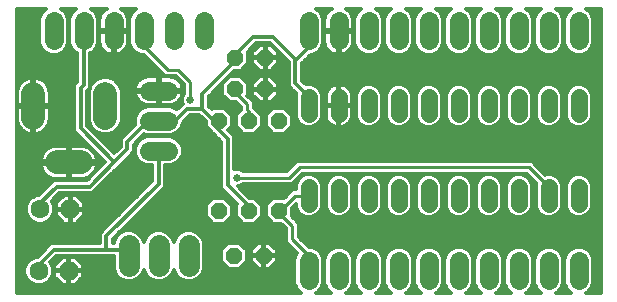
<source format=gtl>
G75*
%MOIN*%
%OFA0B0*%
%FSLAX25Y25*%
%IPPOS*%
%LPD*%
%AMOC8*
5,1,8,0,0,1.08239X$1,22.5*
%
%ADD10OC8,0.06300*%
%ADD11C,0.06300*%
%ADD12OC8,0.05600*%
%ADD13C,0.06400*%
%ADD14C,0.05600*%
%ADD15C,0.07874*%
%ADD16C,0.06929*%
%ADD17C,0.01200*%
%ADD18C,0.01000*%
%ADD19C,0.02600*%
D10*
X0042345Y0011600D03*
X0042845Y0032100D03*
D11*
X0032845Y0032100D03*
X0032345Y0011600D03*
D12*
X0092345Y0031600D03*
X0102345Y0031600D03*
X0112345Y0031600D03*
X0107345Y0016600D03*
X0097345Y0016600D03*
X0102345Y0061600D03*
X0092345Y0061600D03*
X0112345Y0061600D03*
X0107845Y0072100D03*
X0097845Y0072100D03*
X0097845Y0082600D03*
X0107845Y0082600D03*
D13*
X0122345Y0088400D02*
X0122345Y0094800D01*
X0132345Y0094800D02*
X0132345Y0088400D01*
X0142345Y0088400D02*
X0142345Y0094800D01*
X0152345Y0094800D02*
X0152345Y0088400D01*
X0162345Y0088400D02*
X0162345Y0094800D01*
X0172345Y0094800D02*
X0172345Y0088400D01*
X0182345Y0088400D02*
X0182345Y0094800D01*
X0192345Y0094800D02*
X0192345Y0088400D01*
X0202345Y0088400D02*
X0202345Y0094800D01*
X0212345Y0094800D02*
X0212345Y0088400D01*
X0087345Y0088400D02*
X0087345Y0094800D01*
X0077345Y0094800D02*
X0077345Y0088400D01*
X0067345Y0088400D02*
X0067345Y0094800D01*
X0057345Y0094800D02*
X0057345Y0088400D01*
X0047345Y0088400D02*
X0047345Y0094800D01*
X0037345Y0094800D02*
X0037345Y0088400D01*
X0069145Y0071600D02*
X0075545Y0071600D01*
X0075545Y0061600D02*
X0069145Y0061600D01*
X0069145Y0051600D02*
X0075545Y0051600D01*
X0122345Y0014800D02*
X0122345Y0008400D01*
X0132345Y0008400D02*
X0132345Y0014800D01*
X0142345Y0014800D02*
X0142345Y0008400D01*
X0152345Y0008400D02*
X0152345Y0014800D01*
X0162345Y0014800D02*
X0162345Y0008400D01*
X0172345Y0008400D02*
X0172345Y0014800D01*
X0182345Y0014800D02*
X0182345Y0008400D01*
X0192345Y0008400D02*
X0192345Y0014800D01*
X0202345Y0014800D02*
X0202345Y0008400D01*
X0212345Y0008400D02*
X0212345Y0014800D01*
D14*
X0212345Y0033800D02*
X0212345Y0039400D01*
X0202345Y0039400D02*
X0202345Y0033800D01*
X0192345Y0033800D02*
X0192345Y0039400D01*
X0182345Y0039400D02*
X0182345Y0033800D01*
X0172345Y0033800D02*
X0172345Y0039400D01*
X0162345Y0039400D02*
X0162345Y0033800D01*
X0152345Y0033800D02*
X0152345Y0039400D01*
X0142345Y0039400D02*
X0142345Y0033800D01*
X0132345Y0033800D02*
X0132345Y0039400D01*
X0122345Y0039400D02*
X0122345Y0033800D01*
X0122345Y0063800D02*
X0122345Y0069400D01*
X0132345Y0069400D02*
X0132345Y0063800D01*
X0142345Y0063800D02*
X0142345Y0069400D01*
X0152345Y0069400D02*
X0152345Y0063800D01*
X0162345Y0063800D02*
X0162345Y0069400D01*
X0172345Y0069400D02*
X0172345Y0063800D01*
X0182345Y0063800D02*
X0182345Y0069400D01*
X0192345Y0069400D02*
X0192345Y0063800D01*
X0202345Y0063800D02*
X0202345Y0069400D01*
X0212345Y0069400D02*
X0212345Y0063800D01*
D15*
X0054550Y0062663D02*
X0054550Y0070537D01*
X0030534Y0070537D02*
X0030534Y0062663D01*
X0038408Y0047702D02*
X0046282Y0047702D01*
D16*
X0062345Y0020065D02*
X0062345Y0013135D01*
X0072345Y0013135D02*
X0072345Y0020065D01*
X0082345Y0020065D02*
X0082345Y0013135D01*
D17*
X0024945Y0004200D02*
X0024945Y0099000D01*
X0034942Y0099000D01*
X0034626Y0098869D01*
X0033276Y0097519D01*
X0032545Y0095755D01*
X0032545Y0087445D01*
X0033276Y0085681D01*
X0034626Y0084331D01*
X0036390Y0083600D01*
X0038300Y0083600D01*
X0040064Y0084331D01*
X0041414Y0085681D01*
X0042145Y0087445D01*
X0042145Y0095755D01*
X0041414Y0097519D01*
X0040064Y0098869D01*
X0039748Y0099000D01*
X0044942Y0099000D01*
X0044626Y0098869D01*
X0043276Y0097519D01*
X0042545Y0095755D01*
X0042545Y0087445D01*
X0043276Y0085681D01*
X0044626Y0084331D01*
X0045145Y0084116D01*
X0045145Y0074511D01*
X0044145Y0073511D01*
X0044145Y0058189D01*
X0054484Y0047850D01*
X0048434Y0041800D01*
X0037434Y0041800D01*
X0036145Y0040511D01*
X0032484Y0036850D01*
X0031900Y0036850D01*
X0030154Y0036127D01*
X0028818Y0034791D01*
X0028095Y0033045D01*
X0028095Y0031155D01*
X0028818Y0029409D01*
X0030154Y0028073D01*
X0031900Y0027350D01*
X0033790Y0027350D01*
X0035536Y0028073D01*
X0036872Y0029409D01*
X0037595Y0031155D01*
X0037595Y0033045D01*
X0036872Y0034791D01*
X0036759Y0034903D01*
X0039256Y0037400D01*
X0050256Y0037400D01*
X0058506Y0045650D01*
X0058506Y0045650D01*
X0059795Y0046939D01*
X0062756Y0049900D01*
X0064045Y0051189D01*
X0064045Y0053689D01*
X0067459Y0057103D01*
X0068190Y0056800D01*
X0076500Y0056800D01*
X0078264Y0057531D01*
X0079614Y0058881D01*
X0080345Y0060645D01*
X0080345Y0060989D01*
X0082756Y0063400D01*
X0085934Y0063400D01*
X0087945Y0061389D01*
X0087945Y0059777D01*
X0090522Y0057200D01*
X0090634Y0057200D01*
X0090934Y0056900D01*
X0093145Y0054689D01*
X0093145Y0039189D01*
X0094434Y0037900D01*
X0098428Y0033906D01*
X0097945Y0033423D01*
X0097945Y0029777D01*
X0100522Y0027200D01*
X0104167Y0027200D01*
X0106745Y0029777D01*
X0106745Y0033423D01*
X0104167Y0036000D01*
X0102556Y0036000D01*
X0098856Y0039700D01*
X0098922Y0039700D01*
X0099988Y0040141D01*
X0100346Y0040500D01*
X0116715Y0040500D01*
X0120215Y0044000D01*
X0194975Y0044000D01*
X0198166Y0040809D01*
X0197945Y0040275D01*
X0197945Y0032925D01*
X0198615Y0031308D01*
X0199852Y0030070D01*
X0201470Y0029400D01*
X0203220Y0029400D01*
X0204837Y0030070D01*
X0206075Y0031308D01*
X0206745Y0032925D01*
X0206745Y0040275D01*
X0206075Y0041892D01*
X0204837Y0043130D01*
X0203220Y0043800D01*
X0201470Y0043800D01*
X0201219Y0043696D01*
X0196715Y0048200D01*
X0118475Y0048200D01*
X0117245Y0046970D01*
X0114975Y0044700D01*
X0100346Y0044700D01*
X0099988Y0045058D01*
X0098922Y0045500D01*
X0097768Y0045500D01*
X0097545Y0045408D01*
X0097545Y0056511D01*
X0095512Y0058544D01*
X0096745Y0059777D01*
X0096745Y0063423D01*
X0094167Y0066000D01*
X0090522Y0066000D01*
X0090039Y0065517D01*
X0089045Y0066511D01*
X0089045Y0069689D01*
X0097556Y0078200D01*
X0099667Y0078200D01*
X0102245Y0080777D01*
X0102245Y0084423D01*
X0102012Y0084656D01*
X0104756Y0087400D01*
X0109434Y0087400D01*
X0115645Y0081189D01*
X0115645Y0073189D01*
X0116934Y0071900D01*
X0118125Y0070709D01*
X0117945Y0070275D01*
X0117945Y0062925D01*
X0118615Y0061308D01*
X0119852Y0060070D01*
X0121470Y0059400D01*
X0123220Y0059400D01*
X0124837Y0060070D01*
X0126075Y0061308D01*
X0126745Y0062925D01*
X0126745Y0070275D01*
X0126075Y0071892D01*
X0124837Y0073130D01*
X0123220Y0073800D01*
X0121470Y0073800D01*
X0121319Y0073737D01*
X0120045Y0075011D01*
X0120045Y0080689D01*
X0122956Y0083600D01*
X0123300Y0083600D01*
X0125064Y0084331D01*
X0126414Y0085681D01*
X0127145Y0087445D01*
X0127145Y0095755D01*
X0126414Y0097519D01*
X0125064Y0098869D01*
X0124748Y0099000D01*
X0130015Y0099000D01*
X0129829Y0098905D01*
X0129218Y0098461D01*
X0128684Y0097927D01*
X0128240Y0097316D01*
X0127897Y0096643D01*
X0127663Y0095924D01*
X0127545Y0095178D01*
X0127545Y0092000D01*
X0131945Y0092000D01*
X0131945Y0091200D01*
X0132745Y0091200D01*
X0132745Y0092000D01*
X0137145Y0092000D01*
X0137145Y0095178D01*
X0137027Y0095924D01*
X0136793Y0096643D01*
X0136450Y0097316D01*
X0136006Y0097927D01*
X0135472Y0098461D01*
X0134861Y0098905D01*
X0134675Y0099000D01*
X0139942Y0099000D01*
X0139626Y0098869D01*
X0138276Y0097519D01*
X0137545Y0095755D01*
X0137545Y0087445D01*
X0138276Y0085681D01*
X0139626Y0084331D01*
X0141390Y0083600D01*
X0143300Y0083600D01*
X0145064Y0084331D01*
X0146414Y0085681D01*
X0147145Y0087445D01*
X0147145Y0095755D01*
X0146414Y0097519D01*
X0145064Y0098869D01*
X0144748Y0099000D01*
X0149942Y0099000D01*
X0149626Y0098869D01*
X0148276Y0097519D01*
X0147545Y0095755D01*
X0147545Y0087445D01*
X0148276Y0085681D01*
X0149626Y0084331D01*
X0151390Y0083600D01*
X0153300Y0083600D01*
X0155064Y0084331D01*
X0156414Y0085681D01*
X0157145Y0087445D01*
X0157145Y0095755D01*
X0156414Y0097519D01*
X0155064Y0098869D01*
X0154748Y0099000D01*
X0159942Y0099000D01*
X0159626Y0098869D01*
X0158276Y0097519D01*
X0157545Y0095755D01*
X0157545Y0087445D01*
X0158276Y0085681D01*
X0159626Y0084331D01*
X0161390Y0083600D01*
X0163300Y0083600D01*
X0165064Y0084331D01*
X0166414Y0085681D01*
X0167145Y0087445D01*
X0167145Y0095755D01*
X0166414Y0097519D01*
X0165064Y0098869D01*
X0164748Y0099000D01*
X0169942Y0099000D01*
X0169626Y0098869D01*
X0168276Y0097519D01*
X0167545Y0095755D01*
X0167545Y0087445D01*
X0168276Y0085681D01*
X0169626Y0084331D01*
X0171390Y0083600D01*
X0173300Y0083600D01*
X0175064Y0084331D01*
X0176414Y0085681D01*
X0177145Y0087445D01*
X0177145Y0095755D01*
X0176414Y0097519D01*
X0175064Y0098869D01*
X0174748Y0099000D01*
X0179942Y0099000D01*
X0179626Y0098869D01*
X0178276Y0097519D01*
X0177545Y0095755D01*
X0177545Y0087445D01*
X0178276Y0085681D01*
X0179626Y0084331D01*
X0181390Y0083600D01*
X0183300Y0083600D01*
X0185064Y0084331D01*
X0186414Y0085681D01*
X0187145Y0087445D01*
X0187145Y0095755D01*
X0186414Y0097519D01*
X0185064Y0098869D01*
X0184748Y0099000D01*
X0189942Y0099000D01*
X0189626Y0098869D01*
X0188276Y0097519D01*
X0187545Y0095755D01*
X0187545Y0087445D01*
X0188276Y0085681D01*
X0189626Y0084331D01*
X0191390Y0083600D01*
X0193300Y0083600D01*
X0195064Y0084331D01*
X0196414Y0085681D01*
X0197145Y0087445D01*
X0197145Y0095755D01*
X0196414Y0097519D01*
X0195064Y0098869D01*
X0194748Y0099000D01*
X0199942Y0099000D01*
X0199626Y0098869D01*
X0198276Y0097519D01*
X0197545Y0095755D01*
X0197545Y0087445D01*
X0198276Y0085681D01*
X0199626Y0084331D01*
X0201390Y0083600D01*
X0203300Y0083600D01*
X0205064Y0084331D01*
X0206414Y0085681D01*
X0207145Y0087445D01*
X0207145Y0095755D01*
X0206414Y0097519D01*
X0205064Y0098869D01*
X0204748Y0099000D01*
X0209942Y0099000D01*
X0209626Y0098869D01*
X0208276Y0097519D01*
X0207545Y0095755D01*
X0207545Y0087445D01*
X0208276Y0085681D01*
X0209626Y0084331D01*
X0211390Y0083600D01*
X0213300Y0083600D01*
X0215064Y0084331D01*
X0216414Y0085681D01*
X0217145Y0087445D01*
X0217145Y0095755D01*
X0216414Y0097519D01*
X0215064Y0098869D01*
X0214748Y0099000D01*
X0219745Y0099000D01*
X0219745Y0004200D01*
X0214748Y0004200D01*
X0215064Y0004331D01*
X0216414Y0005681D01*
X0217145Y0007445D01*
X0217145Y0015755D01*
X0216414Y0017519D01*
X0215064Y0018869D01*
X0213300Y0019600D01*
X0211390Y0019600D01*
X0209626Y0018869D01*
X0208276Y0017519D01*
X0207545Y0015755D01*
X0207545Y0007445D01*
X0208276Y0005681D01*
X0209626Y0004331D01*
X0209942Y0004200D01*
X0204748Y0004200D01*
X0205064Y0004331D01*
X0206414Y0005681D01*
X0207145Y0007445D01*
X0207145Y0015755D01*
X0206414Y0017519D01*
X0205064Y0018869D01*
X0203300Y0019600D01*
X0201390Y0019600D01*
X0199626Y0018869D01*
X0198276Y0017519D01*
X0197545Y0015755D01*
X0197545Y0007445D01*
X0198276Y0005681D01*
X0199626Y0004331D01*
X0199942Y0004200D01*
X0194748Y0004200D01*
X0195064Y0004331D01*
X0196414Y0005681D01*
X0197145Y0007445D01*
X0197145Y0015755D01*
X0196414Y0017519D01*
X0195064Y0018869D01*
X0193300Y0019600D01*
X0191390Y0019600D01*
X0189626Y0018869D01*
X0188276Y0017519D01*
X0187545Y0015755D01*
X0187545Y0007445D01*
X0188276Y0005681D01*
X0189626Y0004331D01*
X0189942Y0004200D01*
X0184748Y0004200D01*
X0185064Y0004331D01*
X0186414Y0005681D01*
X0187145Y0007445D01*
X0187145Y0015755D01*
X0186414Y0017519D01*
X0185064Y0018869D01*
X0183300Y0019600D01*
X0181390Y0019600D01*
X0179626Y0018869D01*
X0178276Y0017519D01*
X0177545Y0015755D01*
X0177545Y0007445D01*
X0178276Y0005681D01*
X0179626Y0004331D01*
X0179942Y0004200D01*
X0174748Y0004200D01*
X0175064Y0004331D01*
X0176414Y0005681D01*
X0177145Y0007445D01*
X0177145Y0015755D01*
X0176414Y0017519D01*
X0175064Y0018869D01*
X0173300Y0019600D01*
X0171390Y0019600D01*
X0169626Y0018869D01*
X0168276Y0017519D01*
X0167545Y0015755D01*
X0167545Y0007445D01*
X0168276Y0005681D01*
X0169626Y0004331D01*
X0169942Y0004200D01*
X0164748Y0004200D01*
X0165064Y0004331D01*
X0166414Y0005681D01*
X0167145Y0007445D01*
X0167145Y0015755D01*
X0166414Y0017519D01*
X0165064Y0018869D01*
X0163300Y0019600D01*
X0161390Y0019600D01*
X0159626Y0018869D01*
X0158276Y0017519D01*
X0157545Y0015755D01*
X0157545Y0007445D01*
X0158276Y0005681D01*
X0159626Y0004331D01*
X0159942Y0004200D01*
X0154748Y0004200D01*
X0155064Y0004331D01*
X0156414Y0005681D01*
X0157145Y0007445D01*
X0157145Y0015755D01*
X0156414Y0017519D01*
X0155064Y0018869D01*
X0153300Y0019600D01*
X0151390Y0019600D01*
X0149626Y0018869D01*
X0148276Y0017519D01*
X0147545Y0015755D01*
X0147545Y0007445D01*
X0148276Y0005681D01*
X0149626Y0004331D01*
X0149942Y0004200D01*
X0144748Y0004200D01*
X0145064Y0004331D01*
X0146414Y0005681D01*
X0147145Y0007445D01*
X0147145Y0015755D01*
X0146414Y0017519D01*
X0145064Y0018869D01*
X0143300Y0019600D01*
X0141390Y0019600D01*
X0139626Y0018869D01*
X0138276Y0017519D01*
X0137545Y0015755D01*
X0137545Y0007445D01*
X0138276Y0005681D01*
X0139626Y0004331D01*
X0139942Y0004200D01*
X0134748Y0004200D01*
X0135064Y0004331D01*
X0136414Y0005681D01*
X0137145Y0007445D01*
X0137145Y0015755D01*
X0136414Y0017519D01*
X0135064Y0018869D01*
X0133300Y0019600D01*
X0131390Y0019600D01*
X0129626Y0018869D01*
X0128276Y0017519D01*
X0127545Y0015755D01*
X0127545Y0007445D01*
X0128276Y0005681D01*
X0129626Y0004331D01*
X0129942Y0004200D01*
X0124748Y0004200D01*
X0125064Y0004331D01*
X0126414Y0005681D01*
X0127145Y0007445D01*
X0127145Y0015755D01*
X0126414Y0017519D01*
X0125064Y0018869D01*
X0123300Y0019600D01*
X0122315Y0019600D01*
X0118945Y0022970D01*
X0118945Y0027470D01*
X0116691Y0029724D01*
X0116745Y0029777D01*
X0116745Y0032530D01*
X0117945Y0033730D01*
X0117945Y0032925D01*
X0118615Y0031308D01*
X0119852Y0030070D01*
X0121470Y0029400D01*
X0123220Y0029400D01*
X0124837Y0030070D01*
X0126075Y0031308D01*
X0126745Y0032925D01*
X0126745Y0040275D01*
X0126075Y0041892D01*
X0124837Y0043130D01*
X0123220Y0043800D01*
X0121470Y0043800D01*
X0119852Y0043130D01*
X0118615Y0041892D01*
X0117945Y0040275D01*
X0117945Y0038700D01*
X0116975Y0038700D01*
X0115745Y0037470D01*
X0114221Y0035946D01*
X0114167Y0036000D01*
X0110522Y0036000D01*
X0107945Y0033423D01*
X0107945Y0029777D01*
X0110522Y0027200D01*
X0113275Y0027200D01*
X0114745Y0025730D01*
X0114745Y0021230D01*
X0118366Y0017609D01*
X0118276Y0017519D01*
X0117545Y0015755D01*
X0117545Y0007445D01*
X0118276Y0005681D01*
X0119626Y0004331D01*
X0119942Y0004200D01*
X0024945Y0004200D01*
X0024945Y0005196D02*
X0118761Y0005196D01*
X0117980Y0006394D02*
X0024945Y0006394D01*
X0024945Y0007593D02*
X0029635Y0007593D01*
X0029654Y0007573D02*
X0031400Y0006850D01*
X0033290Y0006850D01*
X0035036Y0007573D01*
X0036372Y0008909D01*
X0037095Y0010655D01*
X0037095Y0012545D01*
X0036372Y0014291D01*
X0036259Y0014403D01*
X0038256Y0016400D01*
X0057280Y0016400D01*
X0057280Y0012128D01*
X0058051Y0010267D01*
X0059476Y0008842D01*
X0061337Y0008071D01*
X0063352Y0008071D01*
X0065214Y0008842D01*
X0066638Y0010267D01*
X0067345Y0011972D01*
X0068051Y0010267D01*
X0069476Y0008842D01*
X0071337Y0008071D01*
X0073352Y0008071D01*
X0075214Y0008842D01*
X0076638Y0010267D01*
X0077345Y0011972D01*
X0078051Y0010267D01*
X0079476Y0008842D01*
X0081337Y0008071D01*
X0083352Y0008071D01*
X0085214Y0008842D01*
X0086638Y0010267D01*
X0087409Y0012128D01*
X0087409Y0021072D01*
X0086638Y0022933D01*
X0085214Y0024358D01*
X0083352Y0025129D01*
X0081337Y0025129D01*
X0079476Y0024358D01*
X0078051Y0022933D01*
X0077345Y0021228D01*
X0076638Y0022933D01*
X0075214Y0024358D01*
X0073352Y0025129D01*
X0071337Y0025129D01*
X0069476Y0024358D01*
X0068051Y0022933D01*
X0067345Y0021228D01*
X0066638Y0022933D01*
X0065214Y0024358D01*
X0063352Y0025129D01*
X0061337Y0025129D01*
X0059476Y0024358D01*
X0058051Y0022933D01*
X0057280Y0021072D01*
X0057280Y0020800D01*
X0057045Y0020800D01*
X0057045Y0022189D01*
X0074545Y0039689D01*
X0074545Y0046800D01*
X0076500Y0046800D01*
X0078264Y0047531D01*
X0079614Y0048881D01*
X0080345Y0050645D01*
X0080345Y0052555D01*
X0079614Y0054319D01*
X0078264Y0055669D01*
X0076500Y0056400D01*
X0068190Y0056400D01*
X0066426Y0055669D01*
X0065076Y0054319D01*
X0064345Y0052555D01*
X0064345Y0050645D01*
X0065076Y0048881D01*
X0066426Y0047531D01*
X0068190Y0046800D01*
X0070145Y0046800D01*
X0070145Y0041511D01*
X0053934Y0025300D01*
X0052645Y0024011D01*
X0052645Y0020800D01*
X0036434Y0020800D01*
X0035145Y0019511D01*
X0031984Y0016350D01*
X0031400Y0016350D01*
X0029654Y0015627D01*
X0028318Y0014291D01*
X0027595Y0012545D01*
X0027595Y0010655D01*
X0028318Y0008909D01*
X0029654Y0007573D01*
X0028436Y0008791D02*
X0024945Y0008791D01*
X0024945Y0009990D02*
X0027871Y0009990D01*
X0027595Y0011188D02*
X0024945Y0011188D01*
X0024945Y0012387D02*
X0027595Y0012387D01*
X0028026Y0013585D02*
X0024945Y0013585D01*
X0024945Y0014784D02*
X0028811Y0014784D01*
X0030512Y0015982D02*
X0024945Y0015982D01*
X0024945Y0017181D02*
X0032814Y0017181D01*
X0034013Y0018379D02*
X0024945Y0018379D01*
X0024945Y0019578D02*
X0035211Y0019578D01*
X0037345Y0018600D02*
X0054845Y0018600D01*
X0054845Y0023100D01*
X0072345Y0040600D01*
X0072345Y0051600D01*
X0078400Y0055533D02*
X0092301Y0055533D01*
X0093145Y0054334D02*
X0079599Y0054334D01*
X0080104Y0053136D02*
X0093145Y0053136D01*
X0093145Y0051937D02*
X0080345Y0051937D01*
X0080345Y0050739D02*
X0093145Y0050739D01*
X0093145Y0049540D02*
X0079887Y0049540D01*
X0079075Y0048342D02*
X0093145Y0048342D01*
X0093145Y0047143D02*
X0077329Y0047143D01*
X0074545Y0045945D02*
X0093145Y0045945D01*
X0093145Y0044746D02*
X0074545Y0044746D01*
X0074545Y0043548D02*
X0093145Y0043548D01*
X0093145Y0042349D02*
X0074545Y0042349D01*
X0074545Y0041151D02*
X0093145Y0041151D01*
X0093145Y0039952D02*
X0074545Y0039952D01*
X0073610Y0038754D02*
X0093580Y0038754D01*
X0094778Y0037555D02*
X0072411Y0037555D01*
X0071213Y0036357D02*
X0095977Y0036357D01*
X0095009Y0035158D02*
X0097175Y0035158D01*
X0096745Y0033423D02*
X0094167Y0036000D01*
X0090522Y0036000D01*
X0087945Y0033423D01*
X0087945Y0029777D01*
X0090522Y0027200D01*
X0094167Y0027200D01*
X0096745Y0029777D01*
X0096745Y0033423D01*
X0096745Y0032761D02*
X0097945Y0032761D01*
X0097945Y0031563D02*
X0096745Y0031563D01*
X0096745Y0030364D02*
X0097945Y0030364D01*
X0098557Y0029166D02*
X0096133Y0029166D01*
X0094935Y0027967D02*
X0099755Y0027967D01*
X0104935Y0027967D02*
X0109755Y0027967D01*
X0108557Y0029166D02*
X0106133Y0029166D01*
X0106745Y0030364D02*
X0107945Y0030364D01*
X0107945Y0031563D02*
X0106745Y0031563D01*
X0106745Y0032761D02*
X0107945Y0032761D01*
X0108482Y0033960D02*
X0106208Y0033960D01*
X0105009Y0035158D02*
X0109681Y0035158D01*
X0114632Y0036357D02*
X0102199Y0036357D01*
X0101001Y0037555D02*
X0115830Y0037555D01*
X0117945Y0038754D02*
X0099802Y0038754D01*
X0099531Y0039952D02*
X0117945Y0039952D01*
X0118308Y0041151D02*
X0117366Y0041151D01*
X0118564Y0042349D02*
X0119072Y0042349D01*
X0119763Y0043548D02*
X0120861Y0043548D01*
X0123829Y0043548D02*
X0130861Y0043548D01*
X0131470Y0043800D02*
X0129852Y0043130D01*
X0128615Y0041892D01*
X0127945Y0040275D01*
X0127945Y0032925D01*
X0128615Y0031308D01*
X0129852Y0030070D01*
X0131470Y0029400D01*
X0133220Y0029400D01*
X0134837Y0030070D01*
X0136075Y0031308D01*
X0136745Y0032925D01*
X0136745Y0040275D01*
X0136075Y0041892D01*
X0134837Y0043130D01*
X0133220Y0043800D01*
X0131470Y0043800D01*
X0133829Y0043548D02*
X0140861Y0043548D01*
X0141470Y0043800D02*
X0139852Y0043130D01*
X0138615Y0041892D01*
X0137945Y0040275D01*
X0137945Y0032925D01*
X0138615Y0031308D01*
X0139852Y0030070D01*
X0141470Y0029400D01*
X0143220Y0029400D01*
X0144837Y0030070D01*
X0146075Y0031308D01*
X0146745Y0032925D01*
X0146745Y0040275D01*
X0146075Y0041892D01*
X0144837Y0043130D01*
X0143220Y0043800D01*
X0141470Y0043800D01*
X0143829Y0043548D02*
X0150861Y0043548D01*
X0151470Y0043800D02*
X0149852Y0043130D01*
X0148615Y0041892D01*
X0147945Y0040275D01*
X0147945Y0032925D01*
X0148615Y0031308D01*
X0149852Y0030070D01*
X0151470Y0029400D01*
X0153220Y0029400D01*
X0154837Y0030070D01*
X0156075Y0031308D01*
X0156745Y0032925D01*
X0156745Y0040275D01*
X0156075Y0041892D01*
X0154837Y0043130D01*
X0153220Y0043800D01*
X0151470Y0043800D01*
X0153829Y0043548D02*
X0160861Y0043548D01*
X0161470Y0043800D02*
X0159852Y0043130D01*
X0158615Y0041892D01*
X0157945Y0040275D01*
X0157945Y0032925D01*
X0158615Y0031308D01*
X0159852Y0030070D01*
X0161470Y0029400D01*
X0163220Y0029400D01*
X0164837Y0030070D01*
X0166075Y0031308D01*
X0166745Y0032925D01*
X0166745Y0040275D01*
X0166075Y0041892D01*
X0164837Y0043130D01*
X0163220Y0043800D01*
X0161470Y0043800D01*
X0163829Y0043548D02*
X0170861Y0043548D01*
X0171470Y0043800D02*
X0169852Y0043130D01*
X0168615Y0041892D01*
X0167945Y0040275D01*
X0167945Y0032925D01*
X0168615Y0031308D01*
X0169852Y0030070D01*
X0171470Y0029400D01*
X0173220Y0029400D01*
X0174837Y0030070D01*
X0176075Y0031308D01*
X0176745Y0032925D01*
X0176745Y0040275D01*
X0176075Y0041892D01*
X0174837Y0043130D01*
X0173220Y0043800D01*
X0171470Y0043800D01*
X0173829Y0043548D02*
X0180861Y0043548D01*
X0181470Y0043800D02*
X0179852Y0043130D01*
X0178615Y0041892D01*
X0177945Y0040275D01*
X0177945Y0032925D01*
X0178615Y0031308D01*
X0179852Y0030070D01*
X0181470Y0029400D01*
X0183220Y0029400D01*
X0184837Y0030070D01*
X0186075Y0031308D01*
X0186745Y0032925D01*
X0186745Y0040275D01*
X0186075Y0041892D01*
X0184837Y0043130D01*
X0183220Y0043800D01*
X0181470Y0043800D01*
X0183829Y0043548D02*
X0190861Y0043548D01*
X0191470Y0043800D02*
X0189852Y0043130D01*
X0188615Y0041892D01*
X0187945Y0040275D01*
X0187945Y0032925D01*
X0188615Y0031308D01*
X0189852Y0030070D01*
X0191470Y0029400D01*
X0193220Y0029400D01*
X0194837Y0030070D01*
X0196075Y0031308D01*
X0196745Y0032925D01*
X0196745Y0040275D01*
X0196075Y0041892D01*
X0194837Y0043130D01*
X0193220Y0043800D01*
X0191470Y0043800D01*
X0193829Y0043548D02*
X0195427Y0043548D01*
X0195618Y0042349D02*
X0196626Y0042349D01*
X0196382Y0041151D02*
X0197824Y0041151D01*
X0197945Y0039952D02*
X0196745Y0039952D01*
X0196745Y0038754D02*
X0197945Y0038754D01*
X0197945Y0037555D02*
X0196745Y0037555D01*
X0196745Y0036357D02*
X0197945Y0036357D01*
X0197945Y0035158D02*
X0196745Y0035158D01*
X0196745Y0033960D02*
X0197945Y0033960D01*
X0198013Y0032761D02*
X0196677Y0032761D01*
X0196181Y0031563D02*
X0198509Y0031563D01*
X0199558Y0030364D02*
X0195132Y0030364D01*
X0189558Y0030364D02*
X0185132Y0030364D01*
X0186181Y0031563D02*
X0188509Y0031563D01*
X0188013Y0032761D02*
X0186677Y0032761D01*
X0186745Y0033960D02*
X0187945Y0033960D01*
X0187945Y0035158D02*
X0186745Y0035158D01*
X0186745Y0036357D02*
X0187945Y0036357D01*
X0187945Y0037555D02*
X0186745Y0037555D01*
X0186745Y0038754D02*
X0187945Y0038754D01*
X0187945Y0039952D02*
X0186745Y0039952D01*
X0186382Y0041151D02*
X0188308Y0041151D01*
X0189072Y0042349D02*
X0185618Y0042349D01*
X0179072Y0042349D02*
X0175618Y0042349D01*
X0176382Y0041151D02*
X0178308Y0041151D01*
X0177945Y0039952D02*
X0176745Y0039952D01*
X0176745Y0038754D02*
X0177945Y0038754D01*
X0177945Y0037555D02*
X0176745Y0037555D01*
X0176745Y0036357D02*
X0177945Y0036357D01*
X0177945Y0035158D02*
X0176745Y0035158D01*
X0176745Y0033960D02*
X0177945Y0033960D01*
X0178013Y0032761D02*
X0176677Y0032761D01*
X0176181Y0031563D02*
X0178509Y0031563D01*
X0179558Y0030364D02*
X0175132Y0030364D01*
X0169558Y0030364D02*
X0165132Y0030364D01*
X0166181Y0031563D02*
X0168509Y0031563D01*
X0168013Y0032761D02*
X0166677Y0032761D01*
X0166745Y0033960D02*
X0167945Y0033960D01*
X0167945Y0035158D02*
X0166745Y0035158D01*
X0166745Y0036357D02*
X0167945Y0036357D01*
X0167945Y0037555D02*
X0166745Y0037555D01*
X0166745Y0038754D02*
X0167945Y0038754D01*
X0167945Y0039952D02*
X0166745Y0039952D01*
X0166382Y0041151D02*
X0168308Y0041151D01*
X0169072Y0042349D02*
X0165618Y0042349D01*
X0159072Y0042349D02*
X0155618Y0042349D01*
X0156382Y0041151D02*
X0158308Y0041151D01*
X0157945Y0039952D02*
X0156745Y0039952D01*
X0156745Y0038754D02*
X0157945Y0038754D01*
X0157945Y0037555D02*
X0156745Y0037555D01*
X0156745Y0036357D02*
X0157945Y0036357D01*
X0157945Y0035158D02*
X0156745Y0035158D01*
X0156745Y0033960D02*
X0157945Y0033960D01*
X0158013Y0032761D02*
X0156677Y0032761D01*
X0156181Y0031563D02*
X0158509Y0031563D01*
X0159558Y0030364D02*
X0155132Y0030364D01*
X0149558Y0030364D02*
X0145132Y0030364D01*
X0146181Y0031563D02*
X0148509Y0031563D01*
X0148013Y0032761D02*
X0146677Y0032761D01*
X0146745Y0033960D02*
X0147945Y0033960D01*
X0147945Y0035158D02*
X0146745Y0035158D01*
X0146745Y0036357D02*
X0147945Y0036357D01*
X0147945Y0037555D02*
X0146745Y0037555D01*
X0146745Y0038754D02*
X0147945Y0038754D01*
X0147945Y0039952D02*
X0146745Y0039952D01*
X0146382Y0041151D02*
X0148308Y0041151D01*
X0149072Y0042349D02*
X0145618Y0042349D01*
X0139072Y0042349D02*
X0135618Y0042349D01*
X0136382Y0041151D02*
X0138308Y0041151D01*
X0137945Y0039952D02*
X0136745Y0039952D01*
X0136745Y0038754D02*
X0137945Y0038754D01*
X0137945Y0037555D02*
X0136745Y0037555D01*
X0136745Y0036357D02*
X0137945Y0036357D01*
X0137945Y0035158D02*
X0136745Y0035158D01*
X0136745Y0033960D02*
X0137945Y0033960D01*
X0138013Y0032761D02*
X0136677Y0032761D01*
X0136181Y0031563D02*
X0138509Y0031563D01*
X0139558Y0030364D02*
X0135132Y0030364D01*
X0129558Y0030364D02*
X0125132Y0030364D01*
X0126181Y0031563D02*
X0128509Y0031563D01*
X0128013Y0032761D02*
X0126677Y0032761D01*
X0126745Y0033960D02*
X0127945Y0033960D01*
X0127945Y0035158D02*
X0126745Y0035158D01*
X0126745Y0036357D02*
X0127945Y0036357D01*
X0127945Y0037555D02*
X0126745Y0037555D01*
X0126745Y0038754D02*
X0127945Y0038754D01*
X0127945Y0039952D02*
X0126745Y0039952D01*
X0126382Y0041151D02*
X0128308Y0041151D01*
X0129072Y0042349D02*
X0125618Y0042349D01*
X0117418Y0047143D02*
X0097545Y0047143D01*
X0097545Y0045945D02*
X0116220Y0045945D01*
X0115021Y0044746D02*
X0100300Y0044746D01*
X0097545Y0048342D02*
X0219745Y0048342D01*
X0219745Y0047143D02*
X0197771Y0047143D01*
X0198970Y0045945D02*
X0219745Y0045945D01*
X0219745Y0044746D02*
X0200168Y0044746D01*
X0203829Y0043548D02*
X0210861Y0043548D01*
X0211470Y0043800D02*
X0209852Y0043130D01*
X0208615Y0041892D01*
X0207945Y0040275D01*
X0207945Y0032925D01*
X0208615Y0031308D01*
X0209852Y0030070D01*
X0211470Y0029400D01*
X0213220Y0029400D01*
X0214837Y0030070D01*
X0216075Y0031308D01*
X0216745Y0032925D01*
X0216745Y0040275D01*
X0216075Y0041892D01*
X0214837Y0043130D01*
X0213220Y0043800D01*
X0211470Y0043800D01*
X0213829Y0043548D02*
X0219745Y0043548D01*
X0219745Y0042349D02*
X0215618Y0042349D01*
X0216382Y0041151D02*
X0219745Y0041151D01*
X0219745Y0039952D02*
X0216745Y0039952D01*
X0216745Y0038754D02*
X0219745Y0038754D01*
X0219745Y0037555D02*
X0216745Y0037555D01*
X0216745Y0036357D02*
X0219745Y0036357D01*
X0219745Y0035158D02*
X0216745Y0035158D01*
X0216745Y0033960D02*
X0219745Y0033960D01*
X0219745Y0032761D02*
X0216677Y0032761D01*
X0216181Y0031563D02*
X0219745Y0031563D01*
X0219745Y0030364D02*
X0215132Y0030364D01*
X0219745Y0029166D02*
X0117249Y0029166D01*
X0116745Y0030364D02*
X0119558Y0030364D01*
X0118509Y0031563D02*
X0116745Y0031563D01*
X0116976Y0032761D02*
X0118013Y0032761D01*
X0118447Y0027967D02*
X0219745Y0027967D01*
X0219745Y0026769D02*
X0118945Y0026769D01*
X0118945Y0025570D02*
X0219745Y0025570D01*
X0219745Y0024372D02*
X0118945Y0024372D01*
X0118945Y0023173D02*
X0219745Y0023173D01*
X0219745Y0021975D02*
X0119940Y0021975D01*
X0121139Y0020776D02*
X0219745Y0020776D01*
X0219745Y0019578D02*
X0213354Y0019578D01*
X0211336Y0019578D02*
X0203354Y0019578D01*
X0201336Y0019578D02*
X0193354Y0019578D01*
X0191336Y0019578D02*
X0183354Y0019578D01*
X0181336Y0019578D02*
X0173354Y0019578D01*
X0171336Y0019578D02*
X0163354Y0019578D01*
X0161336Y0019578D02*
X0153354Y0019578D01*
X0151336Y0019578D02*
X0143354Y0019578D01*
X0141336Y0019578D02*
X0133354Y0019578D01*
X0131336Y0019578D02*
X0123354Y0019578D01*
X0125554Y0018379D02*
X0129136Y0018379D01*
X0128136Y0017181D02*
X0126554Y0017181D01*
X0127051Y0015982D02*
X0127639Y0015982D01*
X0127545Y0014784D02*
X0127145Y0014784D01*
X0127145Y0013585D02*
X0127545Y0013585D01*
X0127545Y0012387D02*
X0127145Y0012387D01*
X0127145Y0011188D02*
X0127545Y0011188D01*
X0127545Y0009990D02*
X0127145Y0009990D01*
X0127145Y0008791D02*
X0127545Y0008791D01*
X0127545Y0007593D02*
X0127145Y0007593D01*
X0126709Y0006394D02*
X0127980Y0006394D01*
X0128761Y0005196D02*
X0125929Y0005196D01*
X0117545Y0007593D02*
X0045055Y0007593D01*
X0044312Y0006850D02*
X0047095Y0009632D01*
X0047095Y0011400D01*
X0042545Y0011400D01*
X0042545Y0011800D01*
X0047095Y0011800D01*
X0047095Y0013568D01*
X0044312Y0016350D01*
X0042545Y0016350D01*
X0042545Y0011800D01*
X0042145Y0011800D01*
X0042145Y0016350D01*
X0040377Y0016350D01*
X0037595Y0013568D01*
X0037595Y0011800D01*
X0042145Y0011800D01*
X0042145Y0011400D01*
X0042545Y0011400D01*
X0042545Y0006850D01*
X0044312Y0006850D01*
X0042545Y0007593D02*
X0042145Y0007593D01*
X0042145Y0006850D02*
X0042145Y0011400D01*
X0037595Y0011400D01*
X0037595Y0009632D01*
X0040377Y0006850D01*
X0042145Y0006850D01*
X0039635Y0007593D02*
X0035055Y0007593D01*
X0036253Y0008791D02*
X0038436Y0008791D01*
X0037595Y0009990D02*
X0036819Y0009990D01*
X0037095Y0011188D02*
X0037595Y0011188D01*
X0037595Y0012387D02*
X0037095Y0012387D01*
X0036664Y0013585D02*
X0037612Y0013585D01*
X0036640Y0014784D02*
X0038811Y0014784D01*
X0037838Y0015982D02*
X0040010Y0015982D01*
X0042145Y0015982D02*
X0042545Y0015982D01*
X0042545Y0014784D02*
X0042145Y0014784D01*
X0042145Y0013585D02*
X0042545Y0013585D01*
X0042545Y0012387D02*
X0042145Y0012387D01*
X0042145Y0011188D02*
X0042545Y0011188D01*
X0042545Y0009990D02*
X0042145Y0009990D01*
X0042145Y0008791D02*
X0042545Y0008791D01*
X0046253Y0008791D02*
X0059599Y0008791D01*
X0058328Y0009990D02*
X0047095Y0009990D01*
X0047095Y0011188D02*
X0057670Y0011188D01*
X0057280Y0012387D02*
X0047095Y0012387D01*
X0047077Y0013585D02*
X0057280Y0013585D01*
X0057280Y0014784D02*
X0045879Y0014784D01*
X0044680Y0015982D02*
X0057280Y0015982D01*
X0060345Y0018600D02*
X0062345Y0016600D01*
X0060345Y0018600D02*
X0054845Y0018600D01*
X0057045Y0021975D02*
X0057654Y0021975D01*
X0058029Y0023173D02*
X0058291Y0023173D01*
X0059228Y0024372D02*
X0059509Y0024372D01*
X0060426Y0025570D02*
X0114745Y0025570D01*
X0114745Y0024372D02*
X0085181Y0024372D01*
X0086399Y0023173D02*
X0114745Y0023173D01*
X0114745Y0021975D02*
X0087036Y0021975D01*
X0087409Y0020776D02*
X0095299Y0020776D01*
X0095522Y0021000D02*
X0092945Y0018423D01*
X0092945Y0014777D01*
X0095522Y0012200D01*
X0099167Y0012200D01*
X0101745Y0014777D01*
X0101745Y0018423D01*
X0099167Y0021000D01*
X0095522Y0021000D01*
X0094100Y0019578D02*
X0087409Y0019578D01*
X0087409Y0018379D02*
X0092945Y0018379D01*
X0092945Y0017181D02*
X0087409Y0017181D01*
X0087409Y0015982D02*
X0092945Y0015982D01*
X0092945Y0014784D02*
X0087409Y0014784D01*
X0087409Y0013585D02*
X0094137Y0013585D01*
X0095336Y0012387D02*
X0087409Y0012387D01*
X0087020Y0011188D02*
X0117545Y0011188D01*
X0117545Y0009990D02*
X0086361Y0009990D01*
X0085091Y0008791D02*
X0117545Y0008791D01*
X0117545Y0012387D02*
X0109354Y0012387D01*
X0109167Y0012200D02*
X0111745Y0014777D01*
X0111745Y0016400D01*
X0107545Y0016400D01*
X0107545Y0016800D01*
X0111745Y0016800D01*
X0111745Y0018423D01*
X0109167Y0021000D01*
X0107545Y0021000D01*
X0107545Y0016800D01*
X0107145Y0016800D01*
X0107145Y0021000D01*
X0105522Y0021000D01*
X0102945Y0018423D01*
X0102945Y0016800D01*
X0107145Y0016800D01*
X0107145Y0016400D01*
X0107545Y0016400D01*
X0107545Y0012200D01*
X0109167Y0012200D01*
X0107545Y0012387D02*
X0107145Y0012387D01*
X0107145Y0012200D02*
X0107145Y0016400D01*
X0102945Y0016400D01*
X0102945Y0014777D01*
X0105522Y0012200D01*
X0107145Y0012200D01*
X0105336Y0012387D02*
X0099354Y0012387D01*
X0100553Y0013585D02*
X0104137Y0013585D01*
X0102945Y0014784D02*
X0101745Y0014784D01*
X0101745Y0015982D02*
X0102945Y0015982D01*
X0102945Y0017181D02*
X0101745Y0017181D01*
X0101745Y0018379D02*
X0102945Y0018379D01*
X0104100Y0019578D02*
X0100590Y0019578D01*
X0099391Y0020776D02*
X0105299Y0020776D01*
X0107145Y0020776D02*
X0107545Y0020776D01*
X0109391Y0020776D02*
X0115199Y0020776D01*
X0116397Y0019578D02*
X0110590Y0019578D01*
X0111745Y0018379D02*
X0117596Y0018379D01*
X0118136Y0017181D02*
X0111745Y0017181D01*
X0111745Y0015982D02*
X0117639Y0015982D01*
X0117545Y0014784D02*
X0111745Y0014784D01*
X0110553Y0013585D02*
X0117545Y0013585D01*
X0107545Y0013585D02*
X0107145Y0013585D01*
X0107145Y0014784D02*
X0107545Y0014784D01*
X0107545Y0015982D02*
X0107145Y0015982D01*
X0107145Y0017181D02*
X0107545Y0017181D01*
X0107545Y0018379D02*
X0107145Y0018379D01*
X0107145Y0019578D02*
X0107545Y0019578D01*
X0113706Y0026769D02*
X0061625Y0026769D01*
X0062823Y0027967D02*
X0089755Y0027967D01*
X0088557Y0029166D02*
X0064022Y0029166D01*
X0065220Y0030364D02*
X0087945Y0030364D01*
X0087945Y0031563D02*
X0066419Y0031563D01*
X0067617Y0032761D02*
X0087945Y0032761D01*
X0088482Y0033960D02*
X0068816Y0033960D01*
X0070014Y0035158D02*
X0089681Y0035158D01*
X0096208Y0033960D02*
X0098374Y0033960D01*
X0102345Y0033100D02*
X0102345Y0031600D01*
X0102345Y0033100D02*
X0095345Y0040100D01*
X0095345Y0055600D01*
X0091845Y0059100D01*
X0091845Y0061100D01*
X0092345Y0061600D01*
X0090845Y0061600D01*
X0086845Y0065600D01*
X0086845Y0070600D01*
X0097845Y0081600D01*
X0097845Y0082600D01*
X0097845Y0083600D01*
X0103845Y0089600D01*
X0110345Y0089600D01*
X0117845Y0082100D01*
X0117845Y0081600D01*
X0122345Y0086100D01*
X0122345Y0091600D01*
X0127145Y0091488D02*
X0131945Y0091488D01*
X0131945Y0091200D02*
X0127545Y0091200D01*
X0127545Y0088022D01*
X0127663Y0087276D01*
X0127897Y0086557D01*
X0128240Y0085884D01*
X0128684Y0085273D01*
X0129218Y0084739D01*
X0129829Y0084295D01*
X0130502Y0083952D01*
X0131221Y0083718D01*
X0131945Y0083604D01*
X0131945Y0091200D01*
X0132745Y0091200D02*
X0132745Y0083604D01*
X0133469Y0083718D01*
X0134187Y0083952D01*
X0134861Y0084295D01*
X0135472Y0084739D01*
X0136006Y0085273D01*
X0136450Y0085884D01*
X0136793Y0086557D01*
X0137027Y0087276D01*
X0137145Y0088022D01*
X0137145Y0091200D01*
X0132745Y0091200D01*
X0132745Y0091488D02*
X0137545Y0091488D01*
X0137545Y0090290D02*
X0137145Y0090290D01*
X0137145Y0089091D02*
X0137545Y0089091D01*
X0137545Y0087893D02*
X0137124Y0087893D01*
X0136838Y0086694D02*
X0137856Y0086694D01*
X0138461Y0085496D02*
X0136168Y0085496D01*
X0134864Y0084297D02*
X0139707Y0084297D01*
X0144983Y0084297D02*
X0149707Y0084297D01*
X0148461Y0085496D02*
X0146229Y0085496D01*
X0146834Y0086694D02*
X0147856Y0086694D01*
X0147545Y0087893D02*
X0147145Y0087893D01*
X0147145Y0089091D02*
X0147545Y0089091D01*
X0147545Y0090290D02*
X0147145Y0090290D01*
X0147145Y0091488D02*
X0147545Y0091488D01*
X0147545Y0092687D02*
X0147145Y0092687D01*
X0147145Y0093885D02*
X0147545Y0093885D01*
X0147545Y0095084D02*
X0147145Y0095084D01*
X0146926Y0096282D02*
X0147763Y0096282D01*
X0148260Y0097481D02*
X0146430Y0097481D01*
X0145254Y0098679D02*
X0149436Y0098679D01*
X0155254Y0098679D02*
X0159436Y0098679D01*
X0158260Y0097481D02*
X0156430Y0097481D01*
X0156926Y0096282D02*
X0157763Y0096282D01*
X0157545Y0095084D02*
X0157145Y0095084D01*
X0157145Y0093885D02*
X0157545Y0093885D01*
X0157545Y0092687D02*
X0157145Y0092687D01*
X0157145Y0091488D02*
X0157545Y0091488D01*
X0157545Y0090290D02*
X0157145Y0090290D01*
X0157145Y0089091D02*
X0157545Y0089091D01*
X0157545Y0087893D02*
X0157145Y0087893D01*
X0156834Y0086694D02*
X0157856Y0086694D01*
X0158461Y0085496D02*
X0156229Y0085496D01*
X0154983Y0084297D02*
X0159707Y0084297D01*
X0164983Y0084297D02*
X0169707Y0084297D01*
X0168461Y0085496D02*
X0166229Y0085496D01*
X0166834Y0086694D02*
X0167856Y0086694D01*
X0167545Y0087893D02*
X0167145Y0087893D01*
X0167145Y0089091D02*
X0167545Y0089091D01*
X0167545Y0090290D02*
X0167145Y0090290D01*
X0167145Y0091488D02*
X0167545Y0091488D01*
X0167545Y0092687D02*
X0167145Y0092687D01*
X0167145Y0093885D02*
X0167545Y0093885D01*
X0167545Y0095084D02*
X0167145Y0095084D01*
X0166926Y0096282D02*
X0167763Y0096282D01*
X0168260Y0097481D02*
X0166430Y0097481D01*
X0165254Y0098679D02*
X0169436Y0098679D01*
X0175254Y0098679D02*
X0179436Y0098679D01*
X0178260Y0097481D02*
X0176430Y0097481D01*
X0176926Y0096282D02*
X0177763Y0096282D01*
X0177545Y0095084D02*
X0177145Y0095084D01*
X0177145Y0093885D02*
X0177545Y0093885D01*
X0177545Y0092687D02*
X0177145Y0092687D01*
X0177145Y0091488D02*
X0177545Y0091488D01*
X0177545Y0090290D02*
X0177145Y0090290D01*
X0177145Y0089091D02*
X0177545Y0089091D01*
X0177545Y0087893D02*
X0177145Y0087893D01*
X0176834Y0086694D02*
X0177856Y0086694D01*
X0178461Y0085496D02*
X0176229Y0085496D01*
X0174983Y0084297D02*
X0179707Y0084297D01*
X0184983Y0084297D02*
X0189707Y0084297D01*
X0188461Y0085496D02*
X0186229Y0085496D01*
X0186834Y0086694D02*
X0187856Y0086694D01*
X0187545Y0087893D02*
X0187145Y0087893D01*
X0187145Y0089091D02*
X0187545Y0089091D01*
X0187545Y0090290D02*
X0187145Y0090290D01*
X0187145Y0091488D02*
X0187545Y0091488D01*
X0187545Y0092687D02*
X0187145Y0092687D01*
X0187145Y0093885D02*
X0187545Y0093885D01*
X0187545Y0095084D02*
X0187145Y0095084D01*
X0186926Y0096282D02*
X0187763Y0096282D01*
X0188260Y0097481D02*
X0186430Y0097481D01*
X0185254Y0098679D02*
X0189436Y0098679D01*
X0195254Y0098679D02*
X0199436Y0098679D01*
X0198260Y0097481D02*
X0196430Y0097481D01*
X0196926Y0096282D02*
X0197763Y0096282D01*
X0197545Y0095084D02*
X0197145Y0095084D01*
X0197145Y0093885D02*
X0197545Y0093885D01*
X0197545Y0092687D02*
X0197145Y0092687D01*
X0197145Y0091488D02*
X0197545Y0091488D01*
X0197545Y0090290D02*
X0197145Y0090290D01*
X0197145Y0089091D02*
X0197545Y0089091D01*
X0197545Y0087893D02*
X0197145Y0087893D01*
X0196834Y0086694D02*
X0197856Y0086694D01*
X0198461Y0085496D02*
X0196229Y0085496D01*
X0194983Y0084297D02*
X0199707Y0084297D01*
X0204983Y0084297D02*
X0209707Y0084297D01*
X0208461Y0085496D02*
X0206229Y0085496D01*
X0206834Y0086694D02*
X0207856Y0086694D01*
X0207545Y0087893D02*
X0207145Y0087893D01*
X0207145Y0089091D02*
X0207545Y0089091D01*
X0207545Y0090290D02*
X0207145Y0090290D01*
X0207145Y0091488D02*
X0207545Y0091488D01*
X0207545Y0092687D02*
X0207145Y0092687D01*
X0207145Y0093885D02*
X0207545Y0093885D01*
X0207545Y0095084D02*
X0207145Y0095084D01*
X0206926Y0096282D02*
X0207763Y0096282D01*
X0208260Y0097481D02*
X0206430Y0097481D01*
X0205254Y0098679D02*
X0209436Y0098679D01*
X0215254Y0098679D02*
X0219745Y0098679D01*
X0219745Y0097481D02*
X0216430Y0097481D01*
X0216926Y0096282D02*
X0219745Y0096282D01*
X0219745Y0095084D02*
X0217145Y0095084D01*
X0217145Y0093885D02*
X0219745Y0093885D01*
X0219745Y0092687D02*
X0217145Y0092687D01*
X0217145Y0091488D02*
X0219745Y0091488D01*
X0219745Y0090290D02*
X0217145Y0090290D01*
X0217145Y0089091D02*
X0219745Y0089091D01*
X0219745Y0087893D02*
X0217145Y0087893D01*
X0216834Y0086694D02*
X0219745Y0086694D01*
X0219745Y0085496D02*
X0216229Y0085496D01*
X0214983Y0084297D02*
X0219745Y0084297D01*
X0219745Y0083099D02*
X0122455Y0083099D01*
X0121256Y0081900D02*
X0219745Y0081900D01*
X0219745Y0080702D02*
X0120058Y0080702D01*
X0120045Y0079503D02*
X0219745Y0079503D01*
X0219745Y0078305D02*
X0120045Y0078305D01*
X0120045Y0077106D02*
X0219745Y0077106D01*
X0219745Y0075908D02*
X0120045Y0075908D01*
X0120347Y0074709D02*
X0219745Y0074709D01*
X0219745Y0073511D02*
X0213919Y0073511D01*
X0213220Y0073800D02*
X0211470Y0073800D01*
X0209852Y0073130D01*
X0208615Y0071892D01*
X0207945Y0070275D01*
X0207945Y0062925D01*
X0208615Y0061308D01*
X0209852Y0060070D01*
X0211470Y0059400D01*
X0213220Y0059400D01*
X0214837Y0060070D01*
X0216075Y0061308D01*
X0216745Y0062925D01*
X0216745Y0070275D01*
X0216075Y0071892D01*
X0214837Y0073130D01*
X0213220Y0073800D01*
X0210771Y0073511D02*
X0203919Y0073511D01*
X0203220Y0073800D02*
X0204837Y0073130D01*
X0206075Y0071892D01*
X0206745Y0070275D01*
X0206745Y0062925D01*
X0206075Y0061308D01*
X0204837Y0060070D01*
X0203220Y0059400D01*
X0201470Y0059400D01*
X0199852Y0060070D01*
X0198615Y0061308D01*
X0197945Y0062925D01*
X0197945Y0070275D01*
X0198615Y0071892D01*
X0199852Y0073130D01*
X0201470Y0073800D01*
X0203220Y0073800D01*
X0200771Y0073511D02*
X0193919Y0073511D01*
X0193220Y0073800D02*
X0191470Y0073800D01*
X0189852Y0073130D01*
X0188615Y0071892D01*
X0187945Y0070275D01*
X0187945Y0062925D01*
X0188615Y0061308D01*
X0189852Y0060070D01*
X0191470Y0059400D01*
X0193220Y0059400D01*
X0194837Y0060070D01*
X0196075Y0061308D01*
X0196745Y0062925D01*
X0196745Y0070275D01*
X0196075Y0071892D01*
X0194837Y0073130D01*
X0193220Y0073800D01*
X0190771Y0073511D02*
X0183919Y0073511D01*
X0183220Y0073800D02*
X0184837Y0073130D01*
X0186075Y0071892D01*
X0186745Y0070275D01*
X0186745Y0062925D01*
X0186075Y0061308D01*
X0184837Y0060070D01*
X0183220Y0059400D01*
X0181470Y0059400D01*
X0179852Y0060070D01*
X0178615Y0061308D01*
X0177945Y0062925D01*
X0177945Y0070275D01*
X0178615Y0071892D01*
X0179852Y0073130D01*
X0181470Y0073800D01*
X0183220Y0073800D01*
X0180771Y0073511D02*
X0173919Y0073511D01*
X0173220Y0073800D02*
X0171470Y0073800D01*
X0169852Y0073130D01*
X0168615Y0071892D01*
X0167945Y0070275D01*
X0167945Y0062925D01*
X0168615Y0061308D01*
X0169852Y0060070D01*
X0171470Y0059400D01*
X0173220Y0059400D01*
X0174837Y0060070D01*
X0176075Y0061308D01*
X0176745Y0062925D01*
X0176745Y0070275D01*
X0176075Y0071892D01*
X0174837Y0073130D01*
X0173220Y0073800D01*
X0170771Y0073511D02*
X0163919Y0073511D01*
X0163220Y0073800D02*
X0164837Y0073130D01*
X0166075Y0071892D01*
X0166745Y0070275D01*
X0166745Y0062925D01*
X0166075Y0061308D01*
X0164837Y0060070D01*
X0163220Y0059400D01*
X0161470Y0059400D01*
X0159852Y0060070D01*
X0158615Y0061308D01*
X0157945Y0062925D01*
X0157945Y0070275D01*
X0158615Y0071892D01*
X0159852Y0073130D01*
X0161470Y0073800D01*
X0163220Y0073800D01*
X0160771Y0073511D02*
X0153919Y0073511D01*
X0153220Y0073800D02*
X0151470Y0073800D01*
X0149852Y0073130D01*
X0148615Y0071892D01*
X0147945Y0070275D01*
X0147945Y0062925D01*
X0148615Y0061308D01*
X0149852Y0060070D01*
X0151470Y0059400D01*
X0153220Y0059400D01*
X0154837Y0060070D01*
X0156075Y0061308D01*
X0156745Y0062925D01*
X0156745Y0070275D01*
X0156075Y0071892D01*
X0154837Y0073130D01*
X0153220Y0073800D01*
X0150771Y0073511D02*
X0143919Y0073511D01*
X0143220Y0073800D02*
X0144837Y0073130D01*
X0146075Y0071892D01*
X0146745Y0070275D01*
X0146745Y0062925D01*
X0146075Y0061308D01*
X0144837Y0060070D01*
X0143220Y0059400D01*
X0141470Y0059400D01*
X0139852Y0060070D01*
X0138615Y0061308D01*
X0137945Y0062925D01*
X0137945Y0070275D01*
X0138615Y0071892D01*
X0139852Y0073130D01*
X0141470Y0073800D01*
X0143220Y0073800D01*
X0140771Y0073511D02*
X0133932Y0073511D01*
X0134034Y0073478D02*
X0133375Y0073692D01*
X0132691Y0073800D01*
X0132545Y0073800D01*
X0132545Y0066800D01*
X0136745Y0066800D01*
X0136745Y0069746D01*
X0136637Y0070430D01*
X0136423Y0071089D01*
X0136108Y0071706D01*
X0135701Y0072266D01*
X0135211Y0072756D01*
X0134651Y0073163D01*
X0134034Y0073478D01*
X0132545Y0073511D02*
X0132145Y0073511D01*
X0132145Y0073800D02*
X0131999Y0073800D01*
X0131315Y0073692D01*
X0130656Y0073478D01*
X0130039Y0073163D01*
X0129478Y0072756D01*
X0128989Y0072266D01*
X0128582Y0071706D01*
X0128267Y0071089D01*
X0128053Y0070430D01*
X0127945Y0069746D01*
X0127945Y0066800D01*
X0132145Y0066800D01*
X0132145Y0073800D01*
X0130758Y0073511D02*
X0123919Y0073511D01*
X0125655Y0072312D02*
X0129035Y0072312D01*
X0128280Y0071114D02*
X0126398Y0071114D01*
X0126745Y0069915D02*
X0127972Y0069915D01*
X0127945Y0068717D02*
X0126745Y0068717D01*
X0126745Y0067518D02*
X0127945Y0067518D01*
X0127945Y0066400D02*
X0127945Y0063454D01*
X0128053Y0062770D01*
X0128267Y0062111D01*
X0128582Y0061494D01*
X0128989Y0060934D01*
X0129478Y0060444D01*
X0130039Y0060037D01*
X0130656Y0059722D01*
X0131315Y0059508D01*
X0131999Y0059400D01*
X0132145Y0059400D01*
X0132145Y0066400D01*
X0132545Y0066400D01*
X0132545Y0066800D01*
X0132145Y0066800D01*
X0132145Y0066400D01*
X0127945Y0066400D01*
X0127945Y0066320D02*
X0126745Y0066320D01*
X0126745Y0065121D02*
X0127945Y0065121D01*
X0127945Y0063923D02*
X0126745Y0063923D01*
X0126662Y0062724D02*
X0128068Y0062724D01*
X0128566Y0061526D02*
X0126165Y0061526D01*
X0125094Y0060327D02*
X0129639Y0060327D01*
X0132145Y0060327D02*
X0132545Y0060327D01*
X0132545Y0059400D02*
X0132691Y0059400D01*
X0133375Y0059508D01*
X0134034Y0059722D01*
X0134651Y0060037D01*
X0135211Y0060444D01*
X0135701Y0060934D01*
X0136108Y0061494D01*
X0136423Y0062111D01*
X0136637Y0062770D01*
X0136745Y0063454D01*
X0136745Y0066400D01*
X0132545Y0066400D01*
X0132545Y0059400D01*
X0135051Y0060327D02*
X0139595Y0060327D01*
X0138524Y0061526D02*
X0136124Y0061526D01*
X0136622Y0062724D02*
X0138028Y0062724D01*
X0137945Y0063923D02*
X0136745Y0063923D01*
X0136745Y0065121D02*
X0137945Y0065121D01*
X0137945Y0066320D02*
X0136745Y0066320D01*
X0136745Y0067518D02*
X0137945Y0067518D01*
X0137945Y0068717D02*
X0136745Y0068717D01*
X0136718Y0069915D02*
X0137945Y0069915D01*
X0138292Y0071114D02*
X0136410Y0071114D01*
X0132545Y0071114D02*
X0132145Y0071114D01*
X0132145Y0069915D02*
X0132545Y0069915D01*
X0132545Y0068717D02*
X0132145Y0068717D01*
X0132145Y0067518D02*
X0132545Y0067518D01*
X0132545Y0066320D02*
X0132145Y0066320D01*
X0132145Y0065121D02*
X0132545Y0065121D01*
X0132545Y0063923D02*
X0132145Y0063923D01*
X0132145Y0062724D02*
X0132545Y0062724D01*
X0132545Y0061526D02*
X0132145Y0061526D01*
X0122345Y0066600D02*
X0122345Y0069600D01*
X0117845Y0074100D01*
X0117845Y0081600D01*
X0115645Y0080702D02*
X0112169Y0080702D01*
X0112245Y0080777D02*
X0112245Y0082400D01*
X0108045Y0082400D01*
X0108045Y0082800D01*
X0112245Y0082800D01*
X0112245Y0084423D01*
X0109667Y0087000D01*
X0108045Y0087000D01*
X0108045Y0082800D01*
X0107645Y0082800D01*
X0107645Y0087000D01*
X0106022Y0087000D01*
X0103445Y0084423D01*
X0103445Y0082800D01*
X0107645Y0082800D01*
X0107645Y0082400D01*
X0108045Y0082400D01*
X0108045Y0078200D01*
X0109667Y0078200D01*
X0112245Y0080777D01*
X0112245Y0081900D02*
X0114933Y0081900D01*
X0113735Y0083099D02*
X0112245Y0083099D01*
X0112245Y0084297D02*
X0112536Y0084297D01*
X0111338Y0085496D02*
X0111172Y0085496D01*
X0108045Y0085496D02*
X0107645Y0085496D01*
X0107645Y0084297D02*
X0108045Y0084297D01*
X0108045Y0083099D02*
X0107645Y0083099D01*
X0107645Y0082400D02*
X0103445Y0082400D01*
X0103445Y0080777D01*
X0106022Y0078200D01*
X0107645Y0078200D01*
X0107645Y0082400D01*
X0107645Y0081900D02*
X0108045Y0081900D01*
X0108045Y0080702D02*
X0107645Y0080702D01*
X0107645Y0079503D02*
X0108045Y0079503D01*
X0110971Y0079503D02*
X0115645Y0079503D01*
X0115645Y0078305D02*
X0109772Y0078305D01*
X0108045Y0078305D02*
X0107645Y0078305D01*
X0105918Y0078305D02*
X0099772Y0078305D01*
X0099667Y0076500D02*
X0096022Y0076500D01*
X0093445Y0073923D01*
X0093445Y0070277D01*
X0096022Y0067700D01*
X0098275Y0067700D01*
X0099745Y0066230D01*
X0099745Y0065223D01*
X0097945Y0063423D01*
X0097945Y0059777D01*
X0100522Y0057200D01*
X0104167Y0057200D01*
X0106745Y0059777D01*
X0106745Y0063423D01*
X0104167Y0066000D01*
X0103945Y0066000D01*
X0103945Y0067970D01*
X0102715Y0069200D01*
X0101941Y0069974D01*
X0102245Y0070277D01*
X0102245Y0073923D01*
X0099667Y0076500D01*
X0100260Y0075908D02*
X0105430Y0075908D01*
X0106022Y0076500D02*
X0103445Y0073923D01*
X0103445Y0072300D01*
X0107645Y0072300D01*
X0107645Y0076500D01*
X0106022Y0076500D01*
X0107645Y0075908D02*
X0108045Y0075908D01*
X0108045Y0076500D02*
X0109667Y0076500D01*
X0112245Y0073923D01*
X0112245Y0072300D01*
X0108045Y0072300D01*
X0108045Y0071900D01*
X0112245Y0071900D01*
X0112245Y0070277D01*
X0109667Y0067700D01*
X0108045Y0067700D01*
X0108045Y0071900D01*
X0107645Y0071900D01*
X0107645Y0067700D01*
X0106022Y0067700D01*
X0103445Y0070277D01*
X0103445Y0071900D01*
X0107645Y0071900D01*
X0107645Y0072300D01*
X0108045Y0072300D01*
X0108045Y0076500D01*
X0110260Y0075908D02*
X0115645Y0075908D01*
X0115645Y0077106D02*
X0096462Y0077106D01*
X0095430Y0075908D02*
X0095264Y0075908D01*
X0094232Y0074709D02*
X0094065Y0074709D01*
X0093445Y0073511D02*
X0092867Y0073511D01*
X0093445Y0072312D02*
X0091668Y0072312D01*
X0090470Y0071114D02*
X0093445Y0071114D01*
X0093807Y0069915D02*
X0089271Y0069915D01*
X0089045Y0068717D02*
X0095006Y0068717D01*
X0098457Y0067518D02*
X0089045Y0067518D01*
X0089237Y0066320D02*
X0099655Y0066320D01*
X0099643Y0065121D02*
X0095046Y0065121D01*
X0096245Y0063923D02*
X0098445Y0063923D01*
X0097945Y0062724D02*
X0096745Y0062724D01*
X0096745Y0061526D02*
X0097945Y0061526D01*
X0097945Y0060327D02*
X0096745Y0060327D01*
X0096096Y0059129D02*
X0098594Y0059129D01*
X0099792Y0057930D02*
X0096126Y0057930D01*
X0097325Y0056732D02*
X0219745Y0056732D01*
X0219745Y0055533D02*
X0097545Y0055533D01*
X0097545Y0054334D02*
X0219745Y0054334D01*
X0219745Y0053136D02*
X0097545Y0053136D01*
X0097545Y0051937D02*
X0219745Y0051937D01*
X0219745Y0050739D02*
X0097545Y0050739D01*
X0097545Y0049540D02*
X0219745Y0049540D01*
X0209072Y0042349D02*
X0205618Y0042349D01*
X0206382Y0041151D02*
X0208308Y0041151D01*
X0207945Y0039952D02*
X0206745Y0039952D01*
X0206745Y0038754D02*
X0207945Y0038754D01*
X0207945Y0037555D02*
X0206745Y0037555D01*
X0206745Y0036357D02*
X0207945Y0036357D01*
X0207945Y0035158D02*
X0206745Y0035158D01*
X0206745Y0033960D02*
X0207945Y0033960D01*
X0208013Y0032761D02*
X0206677Y0032761D01*
X0206181Y0031563D02*
X0208509Y0031563D01*
X0209558Y0030364D02*
X0205132Y0030364D01*
X0205554Y0018379D02*
X0209136Y0018379D01*
X0208136Y0017181D02*
X0206554Y0017181D01*
X0207051Y0015982D02*
X0207639Y0015982D01*
X0207545Y0014784D02*
X0207145Y0014784D01*
X0207145Y0013585D02*
X0207545Y0013585D01*
X0207545Y0012387D02*
X0207145Y0012387D01*
X0207145Y0011188D02*
X0207545Y0011188D01*
X0207545Y0009990D02*
X0207145Y0009990D01*
X0207145Y0008791D02*
X0207545Y0008791D01*
X0207545Y0007593D02*
X0207145Y0007593D01*
X0206709Y0006394D02*
X0207980Y0006394D01*
X0208761Y0005196D02*
X0205929Y0005196D01*
X0198761Y0005196D02*
X0195929Y0005196D01*
X0196709Y0006394D02*
X0197980Y0006394D01*
X0197545Y0007593D02*
X0197145Y0007593D01*
X0197145Y0008791D02*
X0197545Y0008791D01*
X0197545Y0009990D02*
X0197145Y0009990D01*
X0197145Y0011188D02*
X0197545Y0011188D01*
X0197545Y0012387D02*
X0197145Y0012387D01*
X0197145Y0013585D02*
X0197545Y0013585D01*
X0197545Y0014784D02*
X0197145Y0014784D01*
X0197051Y0015982D02*
X0197639Y0015982D01*
X0198136Y0017181D02*
X0196554Y0017181D01*
X0195554Y0018379D02*
X0199136Y0018379D01*
X0189136Y0018379D02*
X0185554Y0018379D01*
X0186554Y0017181D02*
X0188136Y0017181D01*
X0187639Y0015982D02*
X0187051Y0015982D01*
X0187145Y0014784D02*
X0187545Y0014784D01*
X0187545Y0013585D02*
X0187145Y0013585D01*
X0187145Y0012387D02*
X0187545Y0012387D01*
X0187545Y0011188D02*
X0187145Y0011188D01*
X0187145Y0009990D02*
X0187545Y0009990D01*
X0187545Y0008791D02*
X0187145Y0008791D01*
X0187145Y0007593D02*
X0187545Y0007593D01*
X0187980Y0006394D02*
X0186709Y0006394D01*
X0185929Y0005196D02*
X0188761Y0005196D01*
X0178761Y0005196D02*
X0175929Y0005196D01*
X0176709Y0006394D02*
X0177980Y0006394D01*
X0177545Y0007593D02*
X0177145Y0007593D01*
X0177145Y0008791D02*
X0177545Y0008791D01*
X0177545Y0009990D02*
X0177145Y0009990D01*
X0177145Y0011188D02*
X0177545Y0011188D01*
X0177545Y0012387D02*
X0177145Y0012387D01*
X0177145Y0013585D02*
X0177545Y0013585D01*
X0177545Y0014784D02*
X0177145Y0014784D01*
X0177051Y0015982D02*
X0177639Y0015982D01*
X0178136Y0017181D02*
X0176554Y0017181D01*
X0175554Y0018379D02*
X0179136Y0018379D01*
X0169136Y0018379D02*
X0165554Y0018379D01*
X0166554Y0017181D02*
X0168136Y0017181D01*
X0167639Y0015982D02*
X0167051Y0015982D01*
X0167145Y0014784D02*
X0167545Y0014784D01*
X0167545Y0013585D02*
X0167145Y0013585D01*
X0167145Y0012387D02*
X0167545Y0012387D01*
X0167545Y0011188D02*
X0167145Y0011188D01*
X0167145Y0009990D02*
X0167545Y0009990D01*
X0167545Y0008791D02*
X0167145Y0008791D01*
X0167145Y0007593D02*
X0167545Y0007593D01*
X0167980Y0006394D02*
X0166709Y0006394D01*
X0165929Y0005196D02*
X0168761Y0005196D01*
X0158761Y0005196D02*
X0155929Y0005196D01*
X0156709Y0006394D02*
X0157980Y0006394D01*
X0157545Y0007593D02*
X0157145Y0007593D01*
X0157145Y0008791D02*
X0157545Y0008791D01*
X0157545Y0009990D02*
X0157145Y0009990D01*
X0157145Y0011188D02*
X0157545Y0011188D01*
X0157545Y0012387D02*
X0157145Y0012387D01*
X0157145Y0013585D02*
X0157545Y0013585D01*
X0157545Y0014784D02*
X0157145Y0014784D01*
X0157051Y0015982D02*
X0157639Y0015982D01*
X0158136Y0017181D02*
X0156554Y0017181D01*
X0155554Y0018379D02*
X0159136Y0018379D01*
X0149136Y0018379D02*
X0145554Y0018379D01*
X0146554Y0017181D02*
X0148136Y0017181D01*
X0147639Y0015982D02*
X0147051Y0015982D01*
X0147145Y0014784D02*
X0147545Y0014784D01*
X0147545Y0013585D02*
X0147145Y0013585D01*
X0147145Y0012387D02*
X0147545Y0012387D01*
X0147545Y0011188D02*
X0147145Y0011188D01*
X0147145Y0009990D02*
X0147545Y0009990D01*
X0147545Y0008791D02*
X0147145Y0008791D01*
X0147145Y0007593D02*
X0147545Y0007593D01*
X0147980Y0006394D02*
X0146709Y0006394D01*
X0145929Y0005196D02*
X0148761Y0005196D01*
X0138761Y0005196D02*
X0135929Y0005196D01*
X0136709Y0006394D02*
X0137980Y0006394D01*
X0137545Y0007593D02*
X0137145Y0007593D01*
X0137145Y0008791D02*
X0137545Y0008791D01*
X0137545Y0009990D02*
X0137145Y0009990D01*
X0137145Y0011188D02*
X0137545Y0011188D01*
X0137545Y0012387D02*
X0137145Y0012387D01*
X0137145Y0013585D02*
X0137545Y0013585D01*
X0137545Y0014784D02*
X0137145Y0014784D01*
X0137051Y0015982D02*
X0137639Y0015982D01*
X0138136Y0017181D02*
X0136554Y0017181D01*
X0135554Y0018379D02*
X0139136Y0018379D01*
X0079509Y0024372D02*
X0075181Y0024372D01*
X0076399Y0023173D02*
X0078291Y0023173D01*
X0077654Y0021975D02*
X0077036Y0021975D01*
X0069509Y0024372D02*
X0065181Y0024372D01*
X0066399Y0023173D02*
X0068291Y0023173D01*
X0067654Y0021975D02*
X0067036Y0021975D01*
X0055402Y0026769D02*
X0024945Y0026769D01*
X0024945Y0025570D02*
X0054204Y0025570D01*
X0053005Y0024372D02*
X0024945Y0024372D01*
X0024945Y0023173D02*
X0052645Y0023173D01*
X0052645Y0021975D02*
X0024945Y0021975D01*
X0024945Y0020776D02*
X0036410Y0020776D01*
X0037345Y0018600D02*
X0032345Y0013600D01*
X0032345Y0011600D01*
X0040877Y0027350D02*
X0042645Y0027350D01*
X0042645Y0031900D01*
X0043045Y0031900D01*
X0043045Y0032300D01*
X0047595Y0032300D01*
X0047595Y0034068D01*
X0044812Y0036850D01*
X0043045Y0036850D01*
X0043045Y0032300D01*
X0042645Y0032300D01*
X0042645Y0036850D01*
X0040877Y0036850D01*
X0038095Y0034068D01*
X0038095Y0032300D01*
X0042645Y0032300D01*
X0042645Y0031900D01*
X0038095Y0031900D01*
X0038095Y0030132D01*
X0040877Y0027350D01*
X0040260Y0027967D02*
X0035280Y0027967D01*
X0036628Y0029166D02*
X0039062Y0029166D01*
X0038095Y0030364D02*
X0037267Y0030364D01*
X0037595Y0031563D02*
X0038095Y0031563D01*
X0038095Y0032761D02*
X0037595Y0032761D01*
X0037216Y0033960D02*
X0038095Y0033960D01*
X0037014Y0035158D02*
X0039186Y0035158D01*
X0038213Y0036357D02*
X0040384Y0036357D01*
X0042645Y0036357D02*
X0043045Y0036357D01*
X0043045Y0035158D02*
X0042645Y0035158D01*
X0045306Y0036357D02*
X0064990Y0036357D01*
X0063792Y0035158D02*
X0046504Y0035158D01*
X0047595Y0033960D02*
X0062593Y0033960D01*
X0061395Y0032761D02*
X0047595Y0032761D01*
X0047595Y0031900D02*
X0043045Y0031900D01*
X0043045Y0027350D01*
X0044812Y0027350D01*
X0047595Y0030132D01*
X0047595Y0031900D01*
X0047595Y0031563D02*
X0060196Y0031563D01*
X0058998Y0030364D02*
X0047595Y0030364D01*
X0046628Y0029166D02*
X0057799Y0029166D01*
X0056601Y0027967D02*
X0045430Y0027967D01*
X0043045Y0027967D02*
X0042645Y0027967D01*
X0042645Y0029166D02*
X0043045Y0029166D01*
X0043045Y0030364D02*
X0042645Y0030364D01*
X0042645Y0031563D02*
X0043045Y0031563D01*
X0043045Y0032761D02*
X0042645Y0032761D01*
X0042645Y0033960D02*
X0043045Y0033960D01*
X0050411Y0037555D02*
X0066189Y0037555D01*
X0067387Y0038754D02*
X0051610Y0038754D01*
X0052809Y0039952D02*
X0068586Y0039952D01*
X0069784Y0041151D02*
X0054007Y0041151D01*
X0055206Y0042349D02*
X0070145Y0042349D01*
X0070145Y0043548D02*
X0056404Y0043548D01*
X0057603Y0044746D02*
X0070145Y0044746D01*
X0070145Y0045945D02*
X0058801Y0045945D01*
X0059795Y0046939D02*
X0059795Y0046939D01*
X0060000Y0047143D02*
X0067361Y0047143D01*
X0065615Y0048342D02*
X0061198Y0048342D01*
X0062397Y0049540D02*
X0064802Y0049540D01*
X0064345Y0050739D02*
X0063595Y0050739D01*
X0064045Y0051937D02*
X0064345Y0051937D01*
X0064586Y0053136D02*
X0064045Y0053136D01*
X0064691Y0054334D02*
X0065091Y0054334D01*
X0065889Y0055533D02*
X0066290Y0055533D01*
X0067088Y0056732D02*
X0091102Y0056732D01*
X0089792Y0057930D02*
X0078663Y0057930D01*
X0079717Y0059129D02*
X0088594Y0059129D01*
X0087945Y0060327D02*
X0080213Y0060327D01*
X0080882Y0061526D02*
X0087808Y0061526D01*
X0086610Y0062724D02*
X0082080Y0062724D01*
X0081845Y0065600D02*
X0077845Y0061600D01*
X0072345Y0061600D01*
X0068845Y0061600D01*
X0061845Y0054600D01*
X0061845Y0052100D01*
X0057595Y0047850D01*
X0046345Y0059100D01*
X0046345Y0072600D01*
X0047345Y0073600D01*
X0047345Y0091600D01*
X0052145Y0091488D02*
X0056945Y0091488D01*
X0056945Y0091200D02*
X0052545Y0091200D01*
X0052545Y0088022D01*
X0052663Y0087276D01*
X0052897Y0086557D01*
X0053240Y0085884D01*
X0053684Y0085273D01*
X0054218Y0084739D01*
X0054829Y0084295D01*
X0055502Y0083952D01*
X0056221Y0083718D01*
X0056945Y0083604D01*
X0056945Y0091200D01*
X0057745Y0091200D01*
X0057745Y0092000D01*
X0062145Y0092000D01*
X0062145Y0095178D01*
X0062027Y0095924D01*
X0061793Y0096643D01*
X0061450Y0097316D01*
X0061006Y0097927D01*
X0060472Y0098461D01*
X0059861Y0098905D01*
X0059675Y0099000D01*
X0064942Y0099000D01*
X0064626Y0098869D01*
X0063276Y0097519D01*
X0062545Y0095755D01*
X0062545Y0087445D01*
X0063276Y0085681D01*
X0064626Y0084331D01*
X0066390Y0083600D01*
X0067375Y0083600D01*
X0073245Y0077730D01*
X0074475Y0076500D01*
X0077975Y0076500D01*
X0080745Y0073730D01*
X0080745Y0070601D01*
X0080386Y0070243D01*
X0079945Y0069177D01*
X0079945Y0068023D01*
X0080300Y0067166D01*
X0078533Y0065400D01*
X0078264Y0065669D01*
X0076500Y0066400D01*
X0068190Y0066400D01*
X0066426Y0065669D01*
X0065076Y0064319D01*
X0064345Y0062555D01*
X0064345Y0060645D01*
X0064472Y0060338D01*
X0059645Y0055511D01*
X0059645Y0053011D01*
X0057595Y0050961D01*
X0048545Y0060011D01*
X0048545Y0071689D01*
X0049379Y0072523D01*
X0049013Y0071638D01*
X0049013Y0061562D01*
X0049856Y0059527D01*
X0051413Y0057969D01*
X0053448Y0057126D01*
X0055651Y0057126D01*
X0057686Y0057969D01*
X0059244Y0059527D01*
X0060087Y0061562D01*
X0060087Y0071638D01*
X0059244Y0073673D01*
X0057686Y0075231D01*
X0055651Y0076074D01*
X0053448Y0076074D01*
X0051413Y0075231D01*
X0049856Y0073673D01*
X0049545Y0072923D01*
X0049545Y0084116D01*
X0050064Y0084331D01*
X0051414Y0085681D01*
X0052145Y0087445D01*
X0052145Y0095755D01*
X0051414Y0097519D01*
X0050064Y0098869D01*
X0049748Y0099000D01*
X0055015Y0099000D01*
X0054829Y0098905D01*
X0054218Y0098461D01*
X0053684Y0097927D01*
X0053240Y0097316D01*
X0052897Y0096643D01*
X0052663Y0095924D01*
X0052545Y0095178D01*
X0052545Y0092000D01*
X0056945Y0092000D01*
X0056945Y0091200D01*
X0057745Y0091200D02*
X0057745Y0083604D01*
X0058469Y0083718D01*
X0059187Y0083952D01*
X0059861Y0084295D01*
X0060472Y0084739D01*
X0061006Y0085273D01*
X0061450Y0085884D01*
X0061793Y0086557D01*
X0062027Y0087276D01*
X0062145Y0088022D01*
X0062145Y0091200D01*
X0057745Y0091200D01*
X0057745Y0091488D02*
X0062545Y0091488D01*
X0062545Y0090290D02*
X0062145Y0090290D01*
X0062145Y0089091D02*
X0062545Y0089091D01*
X0062545Y0087893D02*
X0062124Y0087893D01*
X0061838Y0086694D02*
X0062856Y0086694D01*
X0063461Y0085496D02*
X0061168Y0085496D01*
X0059864Y0084297D02*
X0064707Y0084297D01*
X0067876Y0083099D02*
X0049545Y0083099D01*
X0049545Y0081900D02*
X0069075Y0081900D01*
X0070273Y0080702D02*
X0049545Y0080702D01*
X0049545Y0079503D02*
X0071472Y0079503D01*
X0072670Y0078305D02*
X0049545Y0078305D01*
X0049545Y0077106D02*
X0073869Y0077106D01*
X0072745Y0076400D02*
X0072745Y0072000D01*
X0080341Y0072000D01*
X0080227Y0072724D01*
X0079993Y0073443D01*
X0079650Y0074116D01*
X0079206Y0074727D01*
X0078672Y0075261D01*
X0078061Y0075705D01*
X0077387Y0076048D01*
X0076669Y0076282D01*
X0075923Y0076400D01*
X0072745Y0076400D01*
X0072745Y0075908D02*
X0071945Y0075908D01*
X0071945Y0076400D02*
X0068767Y0076400D01*
X0068021Y0076282D01*
X0067302Y0076048D01*
X0066629Y0075705D01*
X0066018Y0075261D01*
X0065484Y0074727D01*
X0065040Y0074116D01*
X0064697Y0073443D01*
X0064463Y0072724D01*
X0064348Y0072000D01*
X0071945Y0072000D01*
X0071945Y0076400D01*
X0071945Y0074709D02*
X0072745Y0074709D01*
X0072745Y0073511D02*
X0071945Y0073511D01*
X0071945Y0072312D02*
X0072745Y0072312D01*
X0072745Y0072000D02*
X0071945Y0072000D01*
X0071945Y0071200D01*
X0072745Y0071200D01*
X0072745Y0072000D01*
X0072745Y0071200D02*
X0080341Y0071200D01*
X0080227Y0070476D01*
X0079993Y0069757D01*
X0079650Y0069084D01*
X0079206Y0068473D01*
X0078672Y0067939D01*
X0078061Y0067495D01*
X0077387Y0067152D01*
X0076669Y0066918D01*
X0075923Y0066800D01*
X0072745Y0066800D01*
X0072745Y0071200D01*
X0072745Y0071114D02*
X0071945Y0071114D01*
X0071945Y0071200D02*
X0071945Y0066800D01*
X0068767Y0066800D01*
X0068021Y0066918D01*
X0067302Y0067152D01*
X0066629Y0067495D01*
X0066018Y0067939D01*
X0065484Y0068473D01*
X0065040Y0069084D01*
X0064697Y0069757D01*
X0064463Y0070476D01*
X0064348Y0071200D01*
X0071945Y0071200D01*
X0071945Y0069915D02*
X0072745Y0069915D01*
X0072745Y0068717D02*
X0071945Y0068717D01*
X0071945Y0067518D02*
X0072745Y0067518D01*
X0076694Y0066320D02*
X0079453Y0066320D01*
X0080154Y0067518D02*
X0078093Y0067518D01*
X0079383Y0068717D02*
X0079945Y0068717D01*
X0080044Y0069915D02*
X0080251Y0069915D01*
X0080328Y0071114D02*
X0080745Y0071114D01*
X0080745Y0072312D02*
X0080292Y0072312D01*
X0079959Y0073511D02*
X0080745Y0073511D01*
X0079766Y0074709D02*
X0079219Y0074709D01*
X0078567Y0075908D02*
X0077663Y0075908D01*
X0067026Y0075908D02*
X0056052Y0075908D01*
X0058208Y0074709D02*
X0065471Y0074709D01*
X0064731Y0073511D02*
X0059311Y0073511D01*
X0059808Y0072312D02*
X0064398Y0072312D01*
X0064362Y0071114D02*
X0060087Y0071114D01*
X0060087Y0069915D02*
X0064645Y0069915D01*
X0065307Y0068717D02*
X0060087Y0068717D01*
X0060087Y0067518D02*
X0066597Y0067518D01*
X0067996Y0066320D02*
X0060087Y0066320D01*
X0060087Y0065121D02*
X0065878Y0065121D01*
X0064911Y0063923D02*
X0060087Y0063923D01*
X0060087Y0062724D02*
X0064415Y0062724D01*
X0064345Y0061526D02*
X0060072Y0061526D01*
X0059575Y0060327D02*
X0064461Y0060327D01*
X0063262Y0059129D02*
X0058846Y0059129D01*
X0057592Y0057930D02*
X0062064Y0057930D01*
X0060865Y0056732D02*
X0051825Y0056732D01*
X0053023Y0055533D02*
X0059667Y0055533D01*
X0059645Y0054334D02*
X0054222Y0054334D01*
X0055420Y0053136D02*
X0059645Y0053136D01*
X0058571Y0051937D02*
X0056619Y0051937D01*
X0052793Y0049540D02*
X0051507Y0049540D01*
X0051413Y0049828D02*
X0051018Y0050604D01*
X0050505Y0051309D01*
X0049889Y0051926D01*
X0049184Y0052438D01*
X0048407Y0052834D01*
X0047578Y0053103D01*
X0046718Y0053239D01*
X0042729Y0053239D01*
X0042729Y0048087D01*
X0041961Y0048087D01*
X0041961Y0053239D01*
X0037972Y0053239D01*
X0037111Y0053103D01*
X0036282Y0052834D01*
X0035506Y0052438D01*
X0034801Y0051926D01*
X0034184Y0051309D01*
X0033672Y0050604D01*
X0033277Y0049828D01*
X0033007Y0048999D01*
X0032871Y0048138D01*
X0032871Y0048087D01*
X0041961Y0048087D01*
X0041961Y0047318D01*
X0042729Y0047318D01*
X0042729Y0042165D01*
X0046718Y0042165D01*
X0047578Y0042302D01*
X0048407Y0042571D01*
X0049184Y0042967D01*
X0049889Y0043479D01*
X0050505Y0044095D01*
X0051018Y0044800D01*
X0051413Y0045577D01*
X0051683Y0046406D01*
X0051819Y0047267D01*
X0051819Y0047318D01*
X0042729Y0047318D01*
X0042729Y0048087D01*
X0051819Y0048087D01*
X0051819Y0048138D01*
X0051683Y0048999D01*
X0051413Y0049828D01*
X0051595Y0050739D02*
X0050920Y0050739D01*
X0050396Y0051937D02*
X0049873Y0051937D01*
X0049198Y0053136D02*
X0047370Y0053136D01*
X0047999Y0054334D02*
X0024945Y0054334D01*
X0024945Y0053136D02*
X0037319Y0053136D01*
X0034817Y0051937D02*
X0024945Y0051937D01*
X0024945Y0050739D02*
X0033770Y0050739D01*
X0033183Y0049540D02*
X0024945Y0049540D01*
X0024945Y0048342D02*
X0032903Y0048342D01*
X0032871Y0047318D02*
X0032871Y0047267D01*
X0033007Y0046406D01*
X0033277Y0045577D01*
X0033672Y0044800D01*
X0034184Y0044095D01*
X0034801Y0043479D01*
X0035506Y0042967D01*
X0036282Y0042571D01*
X0037111Y0042302D01*
X0037972Y0042165D01*
X0041961Y0042165D01*
X0041961Y0047318D01*
X0032871Y0047318D01*
X0032890Y0047143D02*
X0024945Y0047143D01*
X0024945Y0045945D02*
X0033157Y0045945D01*
X0033711Y0044746D02*
X0024945Y0044746D01*
X0024945Y0043548D02*
X0034732Y0043548D01*
X0036965Y0042349D02*
X0024945Y0042349D01*
X0024945Y0041151D02*
X0036784Y0041151D01*
X0035586Y0039952D02*
X0024945Y0039952D01*
X0024945Y0038754D02*
X0034387Y0038754D01*
X0033189Y0037555D02*
X0024945Y0037555D01*
X0024945Y0036357D02*
X0030709Y0036357D01*
X0029186Y0035158D02*
X0024945Y0035158D01*
X0024945Y0033960D02*
X0028474Y0033960D01*
X0028095Y0032761D02*
X0024945Y0032761D01*
X0024945Y0031563D02*
X0028095Y0031563D01*
X0028422Y0030364D02*
X0024945Y0030364D01*
X0024945Y0029166D02*
X0029062Y0029166D01*
X0030410Y0027967D02*
X0024945Y0027967D01*
X0032845Y0032100D02*
X0032845Y0034100D01*
X0038345Y0039600D01*
X0049345Y0039600D01*
X0057595Y0047850D01*
X0053992Y0048342D02*
X0051787Y0048342D01*
X0051799Y0047143D02*
X0053777Y0047143D01*
X0052579Y0045945D02*
X0051533Y0045945D01*
X0051380Y0044746D02*
X0050978Y0044746D01*
X0050182Y0043548D02*
X0049958Y0043548D01*
X0048983Y0042349D02*
X0047725Y0042349D01*
X0042729Y0042349D02*
X0041961Y0042349D01*
X0041961Y0043548D02*
X0042729Y0043548D01*
X0042729Y0044746D02*
X0041961Y0044746D01*
X0041961Y0045945D02*
X0042729Y0045945D01*
X0042729Y0047143D02*
X0041961Y0047143D01*
X0041961Y0048342D02*
X0042729Y0048342D01*
X0042729Y0049540D02*
X0041961Y0049540D01*
X0041961Y0050739D02*
X0042729Y0050739D01*
X0042729Y0051937D02*
X0041961Y0051937D01*
X0041961Y0053136D02*
X0042729Y0053136D01*
X0046801Y0055533D02*
X0024945Y0055533D01*
X0024945Y0056732D02*
X0045602Y0056732D01*
X0044404Y0057930D02*
X0033440Y0057930D01*
X0033436Y0057927D02*
X0034141Y0058440D01*
X0034757Y0059056D01*
X0035270Y0059761D01*
X0035665Y0060538D01*
X0035935Y0061366D01*
X0036071Y0062227D01*
X0036071Y0066216D01*
X0030918Y0066216D01*
X0030918Y0066984D01*
X0036071Y0066984D01*
X0036071Y0070973D01*
X0035935Y0071834D01*
X0035665Y0072662D01*
X0035270Y0073439D01*
X0034757Y0074144D01*
X0034141Y0074760D01*
X0033436Y0075273D01*
X0032659Y0075668D01*
X0031830Y0075938D01*
X0030970Y0076074D01*
X0030918Y0076074D01*
X0030918Y0066984D01*
X0030150Y0066984D01*
X0030150Y0076074D01*
X0030098Y0076074D01*
X0029237Y0075938D01*
X0028408Y0075668D01*
X0027632Y0075273D01*
X0026927Y0074760D01*
X0026310Y0074144D01*
X0025798Y0073439D01*
X0025403Y0072662D01*
X0025133Y0071834D01*
X0024997Y0070973D01*
X0024997Y0066984D01*
X0030150Y0066984D01*
X0030150Y0066216D01*
X0030918Y0066216D01*
X0030918Y0057126D01*
X0030970Y0057126D01*
X0031830Y0057262D01*
X0032659Y0057532D01*
X0033436Y0057927D01*
X0034810Y0059129D02*
X0044145Y0059129D01*
X0044145Y0060327D02*
X0035558Y0060327D01*
X0035960Y0061526D02*
X0044145Y0061526D01*
X0044145Y0062724D02*
X0036071Y0062724D01*
X0036071Y0063923D02*
X0044145Y0063923D01*
X0044145Y0065121D02*
X0036071Y0065121D01*
X0036071Y0067518D02*
X0044145Y0067518D01*
X0044145Y0066320D02*
X0030918Y0066320D01*
X0030150Y0066320D02*
X0024945Y0066320D01*
X0024997Y0066216D02*
X0024997Y0062227D01*
X0025133Y0061366D01*
X0025403Y0060538D01*
X0025798Y0059761D01*
X0026310Y0059056D01*
X0026927Y0058440D01*
X0027632Y0057927D01*
X0028408Y0057532D01*
X0029237Y0057262D01*
X0030098Y0057126D01*
X0030150Y0057126D01*
X0030150Y0066216D01*
X0024997Y0066216D01*
X0024997Y0065121D02*
X0024945Y0065121D01*
X0024945Y0063923D02*
X0024997Y0063923D01*
X0024997Y0062724D02*
X0024945Y0062724D01*
X0024945Y0061526D02*
X0025108Y0061526D01*
X0024945Y0060327D02*
X0025510Y0060327D01*
X0024945Y0059129D02*
X0026258Y0059129D01*
X0024945Y0057930D02*
X0027628Y0057930D01*
X0030150Y0057930D02*
X0030918Y0057930D01*
X0030918Y0059129D02*
X0030150Y0059129D01*
X0030150Y0060327D02*
X0030918Y0060327D01*
X0030918Y0061526D02*
X0030150Y0061526D01*
X0030150Y0062724D02*
X0030918Y0062724D01*
X0030918Y0063923D02*
X0030150Y0063923D01*
X0030150Y0065121D02*
X0030918Y0065121D01*
X0030918Y0067518D02*
X0030150Y0067518D01*
X0030150Y0068717D02*
X0030918Y0068717D01*
X0030918Y0069915D02*
X0030150Y0069915D01*
X0030150Y0071114D02*
X0030918Y0071114D01*
X0030918Y0072312D02*
X0030150Y0072312D01*
X0030150Y0073511D02*
X0030918Y0073511D01*
X0030918Y0074709D02*
X0030150Y0074709D01*
X0030150Y0075908D02*
X0030918Y0075908D01*
X0031923Y0075908D02*
X0045145Y0075908D01*
X0045145Y0077106D02*
X0024945Y0077106D01*
X0024945Y0075908D02*
X0029145Y0075908D01*
X0026876Y0074709D02*
X0024945Y0074709D01*
X0024945Y0073511D02*
X0025850Y0073511D01*
X0025289Y0072312D02*
X0024945Y0072312D01*
X0024945Y0071114D02*
X0025019Y0071114D01*
X0024997Y0069915D02*
X0024945Y0069915D01*
X0024945Y0068717D02*
X0024997Y0068717D01*
X0024997Y0067518D02*
X0024945Y0067518D01*
X0036071Y0068717D02*
X0044145Y0068717D01*
X0044145Y0069915D02*
X0036071Y0069915D01*
X0036049Y0071114D02*
X0044145Y0071114D01*
X0044145Y0072312D02*
X0035779Y0072312D01*
X0035217Y0073511D02*
X0044145Y0073511D01*
X0045145Y0074709D02*
X0034192Y0074709D01*
X0024945Y0078305D02*
X0045145Y0078305D01*
X0045145Y0079503D02*
X0024945Y0079503D01*
X0024945Y0080702D02*
X0045145Y0080702D01*
X0045145Y0081900D02*
X0024945Y0081900D01*
X0024945Y0083099D02*
X0045145Y0083099D01*
X0044707Y0084297D02*
X0039983Y0084297D01*
X0041229Y0085496D02*
X0043461Y0085496D01*
X0042856Y0086694D02*
X0041834Y0086694D01*
X0042145Y0087893D02*
X0042545Y0087893D01*
X0042545Y0089091D02*
X0042145Y0089091D01*
X0042145Y0090290D02*
X0042545Y0090290D01*
X0042545Y0091488D02*
X0042145Y0091488D01*
X0042145Y0092687D02*
X0042545Y0092687D01*
X0042545Y0093885D02*
X0042145Y0093885D01*
X0042145Y0095084D02*
X0042545Y0095084D01*
X0042763Y0096282D02*
X0041926Y0096282D01*
X0041430Y0097481D02*
X0043260Y0097481D01*
X0044436Y0098679D02*
X0040254Y0098679D01*
X0034436Y0098679D02*
X0024945Y0098679D01*
X0024945Y0097481D02*
X0033260Y0097481D01*
X0032763Y0096282D02*
X0024945Y0096282D01*
X0024945Y0095084D02*
X0032545Y0095084D01*
X0032545Y0093885D02*
X0024945Y0093885D01*
X0024945Y0092687D02*
X0032545Y0092687D01*
X0032545Y0091488D02*
X0024945Y0091488D01*
X0024945Y0090290D02*
X0032545Y0090290D01*
X0032545Y0089091D02*
X0024945Y0089091D01*
X0024945Y0087893D02*
X0032545Y0087893D01*
X0032856Y0086694D02*
X0024945Y0086694D01*
X0024945Y0085496D02*
X0033461Y0085496D01*
X0034707Y0084297D02*
X0024945Y0084297D01*
X0049983Y0084297D02*
X0054826Y0084297D01*
X0053522Y0085496D02*
X0051229Y0085496D01*
X0051834Y0086694D02*
X0052852Y0086694D01*
X0052565Y0087893D02*
X0052145Y0087893D01*
X0052145Y0089091D02*
X0052545Y0089091D01*
X0052545Y0090290D02*
X0052145Y0090290D01*
X0052145Y0092687D02*
X0052545Y0092687D01*
X0052545Y0093885D02*
X0052145Y0093885D01*
X0052145Y0095084D02*
X0052545Y0095084D01*
X0052780Y0096282D02*
X0051926Y0096282D01*
X0051430Y0097481D02*
X0053360Y0097481D01*
X0054518Y0098679D02*
X0050254Y0098679D01*
X0060172Y0098679D02*
X0064436Y0098679D01*
X0063260Y0097481D02*
X0061330Y0097481D01*
X0061910Y0096282D02*
X0062763Y0096282D01*
X0062545Y0095084D02*
X0062145Y0095084D01*
X0062145Y0093885D02*
X0062545Y0093885D01*
X0062545Y0092687D02*
X0062145Y0092687D01*
X0057745Y0090290D02*
X0056945Y0090290D01*
X0056945Y0089091D02*
X0057745Y0089091D01*
X0057745Y0087893D02*
X0056945Y0087893D01*
X0056945Y0086694D02*
X0057745Y0086694D01*
X0057745Y0085496D02*
X0056945Y0085496D01*
X0056945Y0084297D02*
X0057745Y0084297D01*
X0053047Y0075908D02*
X0049545Y0075908D01*
X0049545Y0074709D02*
X0050891Y0074709D01*
X0049788Y0073511D02*
X0049545Y0073511D01*
X0049292Y0072312D02*
X0049168Y0072312D01*
X0049013Y0071114D02*
X0048545Y0071114D01*
X0048545Y0069915D02*
X0049013Y0069915D01*
X0049013Y0068717D02*
X0048545Y0068717D01*
X0048545Y0067518D02*
X0049013Y0067518D01*
X0049013Y0066320D02*
X0048545Y0066320D01*
X0048545Y0065121D02*
X0049013Y0065121D01*
X0049013Y0063923D02*
X0048545Y0063923D01*
X0048545Y0062724D02*
X0049013Y0062724D01*
X0049028Y0061526D02*
X0048545Y0061526D01*
X0048545Y0060327D02*
X0049524Y0060327D01*
X0049428Y0059129D02*
X0050254Y0059129D01*
X0050626Y0057930D02*
X0051507Y0057930D01*
X0081845Y0065600D02*
X0086845Y0065600D01*
X0102000Y0069915D02*
X0103807Y0069915D01*
X0103445Y0071114D02*
X0102245Y0071114D01*
X0102245Y0072312D02*
X0103445Y0072312D01*
X0103445Y0073511D02*
X0102245Y0073511D01*
X0101458Y0074709D02*
X0104232Y0074709D01*
X0107645Y0074709D02*
X0108045Y0074709D01*
X0108045Y0073511D02*
X0107645Y0073511D01*
X0107645Y0072312D02*
X0108045Y0072312D01*
X0108045Y0071114D02*
X0107645Y0071114D01*
X0107645Y0069915D02*
X0108045Y0069915D01*
X0108045Y0068717D02*
X0107645Y0068717D01*
X0110684Y0068717D02*
X0117945Y0068717D01*
X0117945Y0069915D02*
X0111883Y0069915D01*
X0112245Y0071114D02*
X0117720Y0071114D01*
X0116521Y0072312D02*
X0112245Y0072312D01*
X0112245Y0073511D02*
X0115645Y0073511D01*
X0115645Y0074709D02*
X0111458Y0074709D01*
X0104719Y0079503D02*
X0100971Y0079503D01*
X0102169Y0080702D02*
X0103521Y0080702D01*
X0103445Y0081900D02*
X0102245Y0081900D01*
X0102245Y0083099D02*
X0103445Y0083099D01*
X0103445Y0084297D02*
X0102245Y0084297D01*
X0102852Y0085496D02*
X0104518Y0085496D01*
X0104050Y0086694D02*
X0105717Y0086694D01*
X0107645Y0086694D02*
X0108045Y0086694D01*
X0109973Y0086694D02*
X0110139Y0086694D01*
X0124983Y0084297D02*
X0129826Y0084297D01*
X0128522Y0085496D02*
X0126229Y0085496D01*
X0126834Y0086694D02*
X0127852Y0086694D01*
X0127565Y0087893D02*
X0127145Y0087893D01*
X0127145Y0089091D02*
X0127545Y0089091D01*
X0127545Y0090290D02*
X0127145Y0090290D01*
X0127145Y0092687D02*
X0127545Y0092687D01*
X0127545Y0093885D02*
X0127145Y0093885D01*
X0127145Y0095084D02*
X0127545Y0095084D01*
X0127780Y0096282D02*
X0126926Y0096282D01*
X0126430Y0097481D02*
X0128360Y0097481D01*
X0129518Y0098679D02*
X0125254Y0098679D01*
X0135172Y0098679D02*
X0139436Y0098679D01*
X0138260Y0097481D02*
X0136330Y0097481D01*
X0136910Y0096282D02*
X0137763Y0096282D01*
X0137545Y0095084D02*
X0137145Y0095084D01*
X0137145Y0093885D02*
X0137545Y0093885D01*
X0137545Y0092687D02*
X0137145Y0092687D01*
X0132745Y0090290D02*
X0131945Y0090290D01*
X0131945Y0089091D02*
X0132745Y0089091D01*
X0132745Y0087893D02*
X0131945Y0087893D01*
X0131945Y0086694D02*
X0132745Y0086694D01*
X0132745Y0085496D02*
X0131945Y0085496D01*
X0131945Y0084297D02*
X0132745Y0084297D01*
X0132545Y0072312D02*
X0132145Y0072312D01*
X0135655Y0072312D02*
X0139035Y0072312D01*
X0145655Y0072312D02*
X0149035Y0072312D01*
X0148292Y0071114D02*
X0146398Y0071114D01*
X0146745Y0069915D02*
X0147945Y0069915D01*
X0147945Y0068717D02*
X0146745Y0068717D01*
X0146745Y0067518D02*
X0147945Y0067518D01*
X0147945Y0066320D02*
X0146745Y0066320D01*
X0146745Y0065121D02*
X0147945Y0065121D01*
X0147945Y0063923D02*
X0146745Y0063923D01*
X0146662Y0062724D02*
X0148028Y0062724D01*
X0148524Y0061526D02*
X0146165Y0061526D01*
X0145094Y0060327D02*
X0149595Y0060327D01*
X0155094Y0060327D02*
X0159595Y0060327D01*
X0158524Y0061526D02*
X0156165Y0061526D01*
X0156662Y0062724D02*
X0158028Y0062724D01*
X0157945Y0063923D02*
X0156745Y0063923D01*
X0156745Y0065121D02*
X0157945Y0065121D01*
X0157945Y0066320D02*
X0156745Y0066320D01*
X0156745Y0067518D02*
X0157945Y0067518D01*
X0157945Y0068717D02*
X0156745Y0068717D01*
X0156745Y0069915D02*
X0157945Y0069915D01*
X0158292Y0071114D02*
X0156398Y0071114D01*
X0155655Y0072312D02*
X0159035Y0072312D01*
X0165655Y0072312D02*
X0169035Y0072312D01*
X0168292Y0071114D02*
X0166398Y0071114D01*
X0166745Y0069915D02*
X0167945Y0069915D01*
X0167945Y0068717D02*
X0166745Y0068717D01*
X0166745Y0067518D02*
X0167945Y0067518D01*
X0167945Y0066320D02*
X0166745Y0066320D01*
X0166745Y0065121D02*
X0167945Y0065121D01*
X0167945Y0063923D02*
X0166745Y0063923D01*
X0166662Y0062724D02*
X0168028Y0062724D01*
X0168524Y0061526D02*
X0166165Y0061526D01*
X0165094Y0060327D02*
X0169595Y0060327D01*
X0175094Y0060327D02*
X0179595Y0060327D01*
X0178524Y0061526D02*
X0176165Y0061526D01*
X0176662Y0062724D02*
X0178028Y0062724D01*
X0177945Y0063923D02*
X0176745Y0063923D01*
X0176745Y0065121D02*
X0177945Y0065121D01*
X0177945Y0066320D02*
X0176745Y0066320D01*
X0176745Y0067518D02*
X0177945Y0067518D01*
X0177945Y0068717D02*
X0176745Y0068717D01*
X0176745Y0069915D02*
X0177945Y0069915D01*
X0178292Y0071114D02*
X0176398Y0071114D01*
X0175655Y0072312D02*
X0179035Y0072312D01*
X0185655Y0072312D02*
X0189035Y0072312D01*
X0188292Y0071114D02*
X0186398Y0071114D01*
X0186745Y0069915D02*
X0187945Y0069915D01*
X0187945Y0068717D02*
X0186745Y0068717D01*
X0186745Y0067518D02*
X0187945Y0067518D01*
X0187945Y0066320D02*
X0186745Y0066320D01*
X0186745Y0065121D02*
X0187945Y0065121D01*
X0187945Y0063923D02*
X0186745Y0063923D01*
X0186662Y0062724D02*
X0188028Y0062724D01*
X0188524Y0061526D02*
X0186165Y0061526D01*
X0185094Y0060327D02*
X0189595Y0060327D01*
X0195094Y0060327D02*
X0199595Y0060327D01*
X0198524Y0061526D02*
X0196165Y0061526D01*
X0196662Y0062724D02*
X0198028Y0062724D01*
X0197945Y0063923D02*
X0196745Y0063923D01*
X0196745Y0065121D02*
X0197945Y0065121D01*
X0197945Y0066320D02*
X0196745Y0066320D01*
X0196745Y0067518D02*
X0197945Y0067518D01*
X0197945Y0068717D02*
X0196745Y0068717D01*
X0196745Y0069915D02*
X0197945Y0069915D01*
X0198292Y0071114D02*
X0196398Y0071114D01*
X0195655Y0072312D02*
X0199035Y0072312D01*
X0205655Y0072312D02*
X0209035Y0072312D01*
X0208292Y0071114D02*
X0206398Y0071114D01*
X0206745Y0069915D02*
X0207945Y0069915D01*
X0207945Y0068717D02*
X0206745Y0068717D01*
X0206745Y0067518D02*
X0207945Y0067518D01*
X0207945Y0066320D02*
X0206745Y0066320D01*
X0206745Y0065121D02*
X0207945Y0065121D01*
X0207945Y0063923D02*
X0206745Y0063923D01*
X0206662Y0062724D02*
X0208028Y0062724D01*
X0208524Y0061526D02*
X0206165Y0061526D01*
X0205094Y0060327D02*
X0209595Y0060327D01*
X0215094Y0060327D02*
X0219745Y0060327D01*
X0219745Y0059129D02*
X0116096Y0059129D01*
X0116745Y0059777D02*
X0114167Y0057200D01*
X0110522Y0057200D01*
X0107945Y0059777D01*
X0107945Y0063423D01*
X0110522Y0066000D01*
X0114167Y0066000D01*
X0116745Y0063423D01*
X0116745Y0059777D01*
X0116745Y0060327D02*
X0119595Y0060327D01*
X0118524Y0061526D02*
X0116745Y0061526D01*
X0116745Y0062724D02*
X0118028Y0062724D01*
X0117945Y0063923D02*
X0116245Y0063923D01*
X0115046Y0065121D02*
X0117945Y0065121D01*
X0117945Y0066320D02*
X0103945Y0066320D01*
X0103945Y0067518D02*
X0117945Y0067518D01*
X0109643Y0065121D02*
X0105046Y0065121D01*
X0106245Y0063923D02*
X0108445Y0063923D01*
X0107945Y0062724D02*
X0106745Y0062724D01*
X0106745Y0061526D02*
X0107945Y0061526D01*
X0107945Y0060327D02*
X0106745Y0060327D01*
X0106096Y0059129D02*
X0108594Y0059129D01*
X0109792Y0057930D02*
X0104897Y0057930D01*
X0114897Y0057930D02*
X0219745Y0057930D01*
X0219745Y0061526D02*
X0216165Y0061526D01*
X0216662Y0062724D02*
X0219745Y0062724D01*
X0219745Y0063923D02*
X0216745Y0063923D01*
X0216745Y0065121D02*
X0219745Y0065121D01*
X0219745Y0066320D02*
X0216745Y0066320D01*
X0216745Y0067518D02*
X0219745Y0067518D01*
X0219745Y0068717D02*
X0216745Y0068717D01*
X0216745Y0069915D02*
X0219745Y0069915D01*
X0219745Y0071114D02*
X0216398Y0071114D01*
X0215655Y0072312D02*
X0219745Y0072312D01*
X0105006Y0068717D02*
X0103198Y0068717D01*
X0215554Y0018379D02*
X0219745Y0018379D01*
X0219745Y0017181D02*
X0216554Y0017181D01*
X0217051Y0015982D02*
X0219745Y0015982D01*
X0219745Y0014784D02*
X0217145Y0014784D01*
X0217145Y0013585D02*
X0219745Y0013585D01*
X0219745Y0012387D02*
X0217145Y0012387D01*
X0217145Y0011188D02*
X0219745Y0011188D01*
X0219745Y0009990D02*
X0217145Y0009990D01*
X0217145Y0008791D02*
X0219745Y0008791D01*
X0219745Y0007593D02*
X0217145Y0007593D01*
X0216709Y0006394D02*
X0219745Y0006394D01*
X0219745Y0005196D02*
X0215929Y0005196D01*
X0079599Y0008791D02*
X0075091Y0008791D01*
X0076361Y0009990D02*
X0078328Y0009990D01*
X0077670Y0011188D02*
X0077020Y0011188D01*
X0069599Y0008791D02*
X0065091Y0008791D01*
X0066361Y0009990D02*
X0068328Y0009990D01*
X0067670Y0011188D02*
X0067020Y0011188D01*
D18*
X0112345Y0031600D02*
X0112845Y0031600D01*
X0112845Y0030600D01*
X0116845Y0026600D01*
X0116845Y0022100D01*
X0122345Y0016600D01*
X0122345Y0011600D01*
X0112345Y0031600D02*
X0114345Y0033600D01*
X0114845Y0033600D01*
X0117845Y0036600D01*
X0122345Y0036600D01*
X0115845Y0042600D02*
X0119345Y0046100D01*
X0195845Y0046100D01*
X0202345Y0039600D01*
X0202345Y0036600D01*
X0115845Y0042600D02*
X0098345Y0042600D01*
X0102345Y0061600D02*
X0102845Y0062100D01*
X0102845Y0064100D01*
X0101845Y0065100D01*
X0101845Y0067100D01*
X0097845Y0071100D01*
X0097845Y0072100D01*
X0082845Y0074600D02*
X0082845Y0068600D01*
X0082845Y0074600D02*
X0078845Y0078600D01*
X0075345Y0078600D01*
X0067345Y0086600D01*
X0067345Y0091600D01*
D19*
X0082845Y0068600D03*
X0098345Y0042600D03*
M02*

</source>
